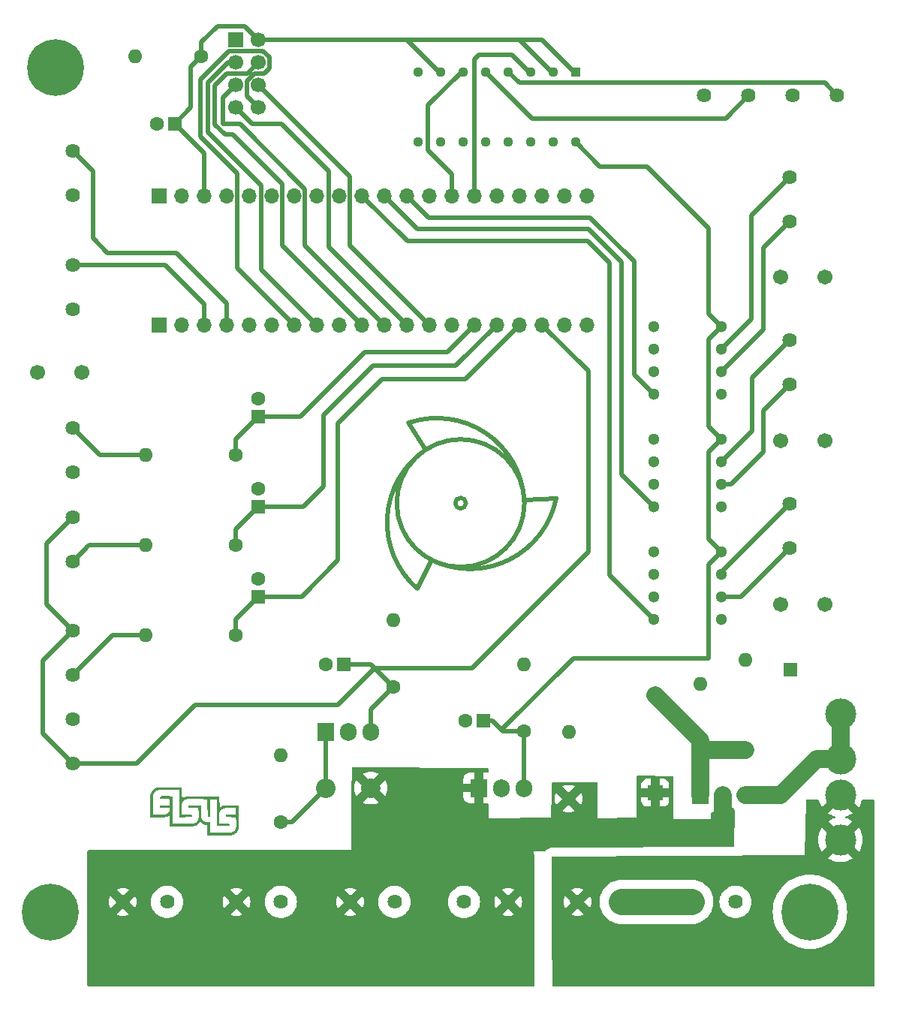
<source format=gbr>
%TF.GenerationSoftware,KiCad,Pcbnew,7.0.9*%
%TF.CreationDate,2024-02-26T13:17:10+02:00*%
%TF.ProjectId,kikad_project,6b696b61-645f-4707-926f-6a6563742e6b,rev?*%
%TF.SameCoordinates,Original*%
%TF.FileFunction,Copper,L1,Top*%
%TF.FilePolarity,Positive*%
%FSLAX46Y46*%
G04 Gerber Fmt 4.6, Leading zero omitted, Abs format (unit mm)*
G04 Created by KiCad (PCBNEW 7.0.9) date 2024-02-26 13:17:10*
%MOMM*%
%LPD*%
G01*
G04 APERTURE LIST*
%TA.AperFunction,EtchedComponent*%
%ADD10C,0.480000*%
%TD*%
%TA.AperFunction,ComponentPad*%
%ADD11C,1.625600*%
%TD*%
%TA.AperFunction,ComponentPad*%
%ADD12C,1.300000*%
%TD*%
%TA.AperFunction,ComponentPad*%
%ADD13R,1.651000X1.651000*%
%TD*%
%TA.AperFunction,ComponentPad*%
%ADD14C,1.651000*%
%TD*%
%TA.AperFunction,ComponentPad*%
%ADD15R,1.905000X2.000000*%
%TD*%
%TA.AperFunction,ComponentPad*%
%ADD16O,1.905000X2.000000*%
%TD*%
%TA.AperFunction,ComponentPad*%
%ADD17C,1.600000*%
%TD*%
%TA.AperFunction,ComponentPad*%
%ADD18O,1.600000X1.600000*%
%TD*%
%TA.AperFunction,ComponentPad*%
%ADD19C,1.701800*%
%TD*%
%TA.AperFunction,ComponentPad*%
%ADD20C,1.650000*%
%TD*%
%TA.AperFunction,ComponentPad*%
%ADD21R,1.650000X1.650000*%
%TD*%
%TA.AperFunction,ComponentPad*%
%ADD22R,1.600000X1.600000*%
%TD*%
%TA.AperFunction,ComponentPad*%
%ADD23C,6.400000*%
%TD*%
%TA.AperFunction,ComponentPad*%
%ADD24C,2.200000*%
%TD*%
%TA.AperFunction,ComponentPad*%
%ADD25O,2.200000X2.200000*%
%TD*%
%TA.AperFunction,ComponentPad*%
%ADD26C,3.500000*%
%TD*%
%TA.AperFunction,ComponentPad*%
%ADD27R,1.130000X1.130000*%
%TD*%
%TA.AperFunction,ComponentPad*%
%ADD28C,1.130000*%
%TD*%
%TA.AperFunction,ComponentPad*%
%ADD29O,1.700000X1.700000*%
%TD*%
%TA.AperFunction,ComponentPad*%
%ADD30R,1.700000X1.700000*%
%TD*%
%TA.AperFunction,ComponentPad*%
%ADD31C,1.700000*%
%TD*%
%TA.AperFunction,Conductor*%
%ADD32C,0.500000*%
%TD*%
%TA.AperFunction,Conductor*%
%ADD33C,2.000000*%
%TD*%
%TA.AperFunction,Conductor*%
%ADD34C,0.250000*%
%TD*%
%TA.AperFunction,Conductor*%
%ADD35C,3.000000*%
%TD*%
G04 APERTURE END LIST*
%TA.AperFunction,EtchedComponent*%
%TO.C,REF\u002A\u002A*%
G36*
X21603851Y-87543068D02*
G01*
X21676279Y-87542906D01*
X21730157Y-87543149D01*
X21771006Y-87543692D01*
X21801080Y-87544886D01*
X21812783Y-87545837D01*
X21822637Y-87547084D01*
X21830927Y-87548669D01*
X21837933Y-87550637D01*
X21843938Y-87553032D01*
X21849224Y-87555897D01*
X21854073Y-87559278D01*
X21858766Y-87563218D01*
X21868816Y-87572950D01*
X21870927Y-87602196D01*
X21872472Y-87631481D01*
X21873546Y-87660790D01*
X21874248Y-87690107D01*
X21875847Y-87765546D01*
X21877187Y-87847559D01*
X21878853Y-87931087D01*
X21883698Y-88196375D01*
X21887161Y-88375744D01*
X21895274Y-88816492D01*
X21938062Y-88784556D01*
X21997800Y-88742078D01*
X22055471Y-88700220D01*
X22098545Y-88678066D01*
X22141559Y-88658513D01*
X22184566Y-88641403D01*
X22227622Y-88626576D01*
X22270782Y-88613877D01*
X22314099Y-88603145D01*
X22357630Y-88594225D01*
X22401429Y-88586957D01*
X22445551Y-88581184D01*
X22490050Y-88576747D01*
X22534982Y-88573490D01*
X22580401Y-88571253D01*
X22672922Y-88569210D01*
X22768050Y-88569356D01*
X22877649Y-88569321D01*
X23025219Y-88569603D01*
X23172788Y-88570319D01*
X23482117Y-88570956D01*
X24066809Y-88572650D01*
X24732911Y-88574372D01*
X26102149Y-88578367D01*
X26128607Y-89848367D01*
X26366732Y-89689617D01*
X26413279Y-89670338D01*
X26459500Y-89653466D01*
X26505475Y-89638844D01*
X26551285Y-89626312D01*
X26597010Y-89615712D01*
X26642730Y-89606884D01*
X26688527Y-89599671D01*
X26734480Y-89593913D01*
X26780669Y-89589452D01*
X26827176Y-89586129D01*
X26921463Y-89582262D01*
X27017985Y-89581042D01*
X27117384Y-89581200D01*
X27219807Y-89581313D01*
X27487699Y-89581967D01*
X27761737Y-89582492D01*
X28298190Y-89583784D01*
X28303673Y-90562229D01*
X28306174Y-91016623D01*
X28307533Y-91236123D01*
X28308232Y-91455628D01*
X28308664Y-91539122D01*
X28309380Y-91622614D01*
X28309026Y-91774798D01*
X28306906Y-91848524D01*
X28303022Y-91920769D01*
X28297026Y-91991604D01*
X28288567Y-92061101D01*
X28277296Y-92129333D01*
X28262863Y-92196371D01*
X28244916Y-92262287D01*
X28223107Y-92327153D01*
X28197086Y-92391040D01*
X28166502Y-92454022D01*
X28131006Y-92516169D01*
X28090247Y-92577553D01*
X28043876Y-92638247D01*
X27991542Y-92698322D01*
X27958843Y-92727510D01*
X27924993Y-92755624D01*
X27890050Y-92782551D01*
X27854070Y-92808179D01*
X27817108Y-92832396D01*
X27779221Y-92855090D01*
X27740464Y-92876149D01*
X27700895Y-92895462D01*
X27660568Y-92912915D01*
X27619540Y-92928398D01*
X27577868Y-92941798D01*
X27535607Y-92953002D01*
X27492813Y-92961900D01*
X27449542Y-92968379D01*
X27405851Y-92972327D01*
X27361795Y-92973632D01*
X27291868Y-92973742D01*
X27215802Y-92973454D01*
X27135208Y-92973465D01*
X26871507Y-92973034D01*
X26688662Y-92972921D01*
X26207412Y-92972267D01*
X25716333Y-92971742D01*
X24752774Y-92970450D01*
X24726315Y-91832742D01*
X24435274Y-91779825D01*
X24399791Y-91765333D01*
X24365244Y-91749913D01*
X24331597Y-91733565D01*
X24298813Y-91716286D01*
X24266853Y-91698076D01*
X24235680Y-91678933D01*
X24205257Y-91658856D01*
X24175547Y-91637843D01*
X24146511Y-91615892D01*
X24118114Y-91593002D01*
X24090316Y-91569172D01*
X24063082Y-91544401D01*
X24036373Y-91518686D01*
X24010151Y-91492026D01*
X23984381Y-91464420D01*
X23959024Y-91435867D01*
X23917683Y-91490437D01*
X23875606Y-91539625D01*
X23833184Y-91586078D01*
X23790255Y-91629825D01*
X23746658Y-91670892D01*
X23702229Y-91709310D01*
X23656807Y-91745105D01*
X23610231Y-91778306D01*
X23562338Y-91808941D01*
X23512966Y-91837038D01*
X23461954Y-91862626D01*
X23409139Y-91885733D01*
X23354360Y-91906387D01*
X23297454Y-91924615D01*
X23238259Y-91940447D01*
X23176614Y-91953910D01*
X23112357Y-91965033D01*
X23078826Y-91967185D01*
X23045334Y-91968813D01*
X23011866Y-91969979D01*
X22978404Y-91970745D01*
X22911436Y-91971324D01*
X22844299Y-91971041D01*
X22767545Y-91971064D01*
X22519318Y-91970201D01*
X22346051Y-91969974D01*
X21892212Y-91968667D01*
X21346501Y-91967479D01*
X20519440Y-91965033D01*
X20492982Y-90695033D01*
X20228399Y-90853783D01*
X20189592Y-90869898D01*
X20151049Y-90883955D01*
X20112705Y-90896092D01*
X20074493Y-90906444D01*
X20036349Y-90915147D01*
X19998206Y-90922337D01*
X19959999Y-90928150D01*
X19921661Y-90932721D01*
X19883128Y-90936187D01*
X19844333Y-90938683D01*
X19765695Y-90941311D01*
X19685223Y-90941691D01*
X19602391Y-90940910D01*
X19491296Y-90940570D01*
X19346258Y-90939807D01*
X19201223Y-90938609D01*
X18904294Y-90937034D01*
X18323399Y-90933158D01*
X18317916Y-89954713D01*
X18315415Y-89500320D01*
X18314056Y-89280818D01*
X18313358Y-89061314D01*
X18312926Y-88977820D01*
X18312209Y-88894328D01*
X18310621Y-88709124D01*
X18310700Y-88671912D01*
X18637884Y-88671912D01*
X18638315Y-88887082D01*
X18638429Y-89036229D01*
X18639082Y-89428875D01*
X18639607Y-89829505D01*
X18640899Y-90615659D01*
X18921881Y-90619961D01*
X19202880Y-90622926D01*
X19298342Y-90624099D01*
X19393799Y-90625639D01*
X19531525Y-90627496D01*
X19669260Y-90628578D01*
X19754564Y-90630647D01*
X19794933Y-90630062D01*
X19834344Y-90628230D01*
X19872845Y-90625080D01*
X19910481Y-90620540D01*
X19947300Y-90614541D01*
X19983348Y-90607010D01*
X20018671Y-90597878D01*
X20053316Y-90587072D01*
X20087328Y-90574522D01*
X20120756Y-90560158D01*
X20153644Y-90543907D01*
X20186040Y-90525700D01*
X20217991Y-90505465D01*
X20249541Y-90483131D01*
X20280739Y-90458627D01*
X20311630Y-90431883D01*
X20339431Y-90401832D01*
X20364973Y-90371925D01*
X20388315Y-90342042D01*
X20409519Y-90312063D01*
X20428646Y-90281869D01*
X20445757Y-90251339D01*
X20460914Y-90220355D01*
X20474176Y-90188796D01*
X20485607Y-90156543D01*
X20495265Y-90123476D01*
X20503214Y-90089476D01*
X20509513Y-90054422D01*
X20514224Y-90018196D01*
X20517409Y-89980677D01*
X20519127Y-89941746D01*
X20519440Y-89901283D01*
X20420700Y-89900114D01*
X20239783Y-89897478D01*
X20058874Y-89894340D01*
X19980496Y-89893123D01*
X19902114Y-89892117D01*
X19789611Y-89890466D01*
X19677115Y-89888364D01*
X19606038Y-89887852D01*
X19540237Y-89886265D01*
X19482195Y-89885375D01*
X19473813Y-89883498D01*
X19466398Y-89881738D01*
X19459803Y-89879961D01*
X19456767Y-89879025D01*
X19453881Y-89878036D01*
X19451126Y-89876977D01*
X19448484Y-89875831D01*
X19445937Y-89874583D01*
X19443466Y-89873215D01*
X19441053Y-89871712D01*
X19438680Y-89870056D01*
X19436327Y-89868232D01*
X19433978Y-89866222D01*
X19431612Y-89864011D01*
X19429212Y-89861582D01*
X19426760Y-89858918D01*
X19424237Y-89856003D01*
X19418905Y-89849354D01*
X19413068Y-89841504D01*
X19406579Y-89832320D01*
X19399292Y-89821671D01*
X19381732Y-89795450D01*
X19386528Y-89755721D01*
X19390604Y-89725394D01*
X19392565Y-89713175D01*
X19394579Y-89702609D01*
X19396722Y-89693463D01*
X19399073Y-89685505D01*
X19401709Y-89678503D01*
X19404707Y-89672223D01*
X19408146Y-89666433D01*
X19412101Y-89660902D01*
X19416652Y-89655395D01*
X19421875Y-89649681D01*
X19434649Y-89636700D01*
X19494654Y-89633814D01*
X19554565Y-89631487D01*
X19614489Y-89629674D01*
X19674531Y-89628329D01*
X19747381Y-89626662D01*
X19978698Y-89621817D01*
X20135123Y-89618355D01*
X20519440Y-89610242D01*
X20519440Y-88895867D01*
X20296508Y-88891009D01*
X20082936Y-88886016D01*
X19934418Y-88882709D01*
X19721040Y-88877780D01*
X19653884Y-88876440D01*
X19621528Y-88875504D01*
X19590209Y-88874194D01*
X19559643Y-88872234D01*
X19529546Y-88869345D01*
X19514585Y-88867466D01*
X19499636Y-88865250D01*
X19484662Y-88862663D01*
X19469629Y-88859671D01*
X19454500Y-88856238D01*
X19439241Y-88852330D01*
X19423817Y-88847913D01*
X19408191Y-88842950D01*
X19402170Y-88818223D01*
X19397545Y-88798612D01*
X19394005Y-88782256D01*
X19391241Y-88767296D01*
X19388941Y-88751871D01*
X19386797Y-88734120D01*
X19381732Y-88684200D01*
X19414784Y-88653666D01*
X19449406Y-88626441D01*
X19485522Y-88602371D01*
X19523054Y-88581299D01*
X19561926Y-88563071D01*
X19602061Y-88547531D01*
X19643382Y-88534524D01*
X19685812Y-88523895D01*
X19729274Y-88515489D01*
X19773691Y-88509149D01*
X19865085Y-88502051D01*
X19959377Y-88501358D01*
X20055952Y-88505827D01*
X20154195Y-88514217D01*
X20253492Y-88525285D01*
X20452784Y-88550487D01*
X20551550Y-88562136D01*
X20648907Y-88571494D01*
X20744243Y-88577318D01*
X20836941Y-88578367D01*
X20836941Y-91647533D01*
X21969688Y-91654148D01*
X22325822Y-91657068D01*
X22538659Y-91657635D01*
X22609120Y-91658028D01*
X22679578Y-91658707D01*
X22834473Y-91660575D01*
X22898684Y-91660485D01*
X22955765Y-91659296D01*
X23006987Y-91656696D01*
X23053621Y-91652374D01*
X23096939Y-91646017D01*
X23138211Y-91637313D01*
X23178708Y-91625952D01*
X23219702Y-91611620D01*
X23262463Y-91594006D01*
X23308263Y-91572798D01*
X23358372Y-91547684D01*
X23414061Y-91518353D01*
X23547266Y-91445789D01*
X23571937Y-91419920D01*
X23595046Y-91392735D01*
X23616604Y-91364333D01*
X23636617Y-91334810D01*
X23655095Y-91304263D01*
X23672046Y-91272791D01*
X23687477Y-91240489D01*
X23701397Y-91207457D01*
X23713815Y-91173790D01*
X23724739Y-91139587D01*
X23734178Y-91104944D01*
X23742138Y-91069959D01*
X23748630Y-91034730D01*
X23753660Y-90999353D01*
X23757238Y-90963926D01*
X23759372Y-90928547D01*
X23759252Y-90892645D01*
X23758931Y-90856744D01*
X23758411Y-90820845D01*
X23757692Y-90784951D01*
X23757369Y-90716408D01*
X23755980Y-90591616D01*
X23753972Y-90466830D01*
X23747357Y-89901283D01*
X22609649Y-89874825D01*
X22609649Y-89636700D01*
X24064857Y-89610242D01*
X24052939Y-90491984D01*
X24051938Y-90659273D01*
X24049887Y-90745192D01*
X24050404Y-90785077D01*
X24052061Y-90824169D01*
X24054944Y-90862492D01*
X24059142Y-90900069D01*
X24064743Y-90936922D01*
X24071835Y-90973074D01*
X24080506Y-91008550D01*
X24090843Y-91043372D01*
X24102934Y-91077564D01*
X24116868Y-91111148D01*
X24132732Y-91144148D01*
X24150615Y-91176587D01*
X24170603Y-91208487D01*
X24192786Y-91239874D01*
X24217251Y-91270768D01*
X24244085Y-91301194D01*
X24267572Y-91322094D01*
X24290965Y-91341595D01*
X24314291Y-91359745D01*
X24337572Y-91376591D01*
X24360833Y-91392183D01*
X24384098Y-91406568D01*
X24407392Y-91419795D01*
X24430740Y-91431912D01*
X24454165Y-91442967D01*
X24477691Y-91453009D01*
X24525147Y-91470246D01*
X24573302Y-91484008D01*
X24622350Y-91494683D01*
X24672487Y-91502655D01*
X24723907Y-91508311D01*
X24776805Y-91512038D01*
X24831375Y-91514221D01*
X24946312Y-91515501D01*
X25070274Y-91515242D01*
X25070274Y-92652950D01*
X25905106Y-92658118D01*
X26416180Y-92660934D01*
X26622300Y-92662293D01*
X26828423Y-92662991D01*
X26906887Y-92663424D01*
X26985349Y-92664140D01*
X27095623Y-92664861D01*
X27205899Y-92664965D01*
X27270779Y-92666118D01*
X27304431Y-92665242D01*
X27337376Y-92663105D01*
X27369659Y-92659714D01*
X27401326Y-92655075D01*
X27432421Y-92649196D01*
X27462990Y-92642084D01*
X27493079Y-92633745D01*
X27522731Y-92624186D01*
X27551994Y-92613415D01*
X27580911Y-92601438D01*
X27609528Y-92588261D01*
X27637890Y-92573893D01*
X27666043Y-92558340D01*
X27694032Y-92541609D01*
X27721901Y-92523706D01*
X27749697Y-92504639D01*
X27790521Y-92462781D01*
X27832379Y-92421956D01*
X27855908Y-92387222D01*
X27877192Y-92352734D01*
X27896324Y-92318392D01*
X27913396Y-92284098D01*
X27928499Y-92249752D01*
X27941726Y-92215254D01*
X27953168Y-92180505D01*
X27962918Y-92145406D01*
X27971067Y-92109858D01*
X27977708Y-92073760D01*
X27982933Y-92037014D01*
X27986832Y-91999520D01*
X27989499Y-91961179D01*
X27991026Y-91921892D01*
X27991504Y-91881559D01*
X27991025Y-91840080D01*
X27990572Y-91761018D01*
X27989225Y-91637300D01*
X27987305Y-91513588D01*
X27985858Y-91344761D01*
X27983658Y-91138955D01*
X27980690Y-90933158D01*
X27884798Y-90931989D01*
X27708836Y-90929352D01*
X27532882Y-90926215D01*
X27456699Y-90924998D01*
X27380513Y-90923993D01*
X27271063Y-90922339D01*
X27161618Y-90920239D01*
X27092710Y-90919727D01*
X27028520Y-90918140D01*
X26972080Y-90917250D01*
X26960316Y-90914543D01*
X26949426Y-90911592D01*
X26939327Y-90908366D01*
X26929938Y-90904832D01*
X26921178Y-90900962D01*
X26912965Y-90896724D01*
X26905217Y-90892087D01*
X26897853Y-90887020D01*
X26890792Y-90881493D01*
X26883951Y-90875474D01*
X26877250Y-90868934D01*
X26870607Y-90861841D01*
X26863940Y-90854164D01*
X26857168Y-90845873D01*
X26850209Y-90836937D01*
X26842982Y-90827325D01*
X26844662Y-90799885D01*
X26846186Y-90778336D01*
X26847865Y-90760818D01*
X26848860Y-90752989D01*
X26850010Y-90745470D01*
X26851353Y-90738028D01*
X26852930Y-90730432D01*
X26856934Y-90713844D01*
X26862335Y-90693845D01*
X26869440Y-90668575D01*
X26886350Y-90660835D01*
X26903524Y-90654317D01*
X26920939Y-90648917D01*
X26938572Y-90644534D01*
X26956402Y-90641064D01*
X26974405Y-90638404D01*
X26992559Y-90636451D01*
X27010842Y-90635104D01*
X27029232Y-90634258D01*
X27047704Y-90633811D01*
X27084810Y-90633702D01*
X27121981Y-90633954D01*
X27159035Y-90633745D01*
X27229992Y-90632079D01*
X27454831Y-90627234D01*
X27607070Y-90623772D01*
X27980690Y-90615659D01*
X27980690Y-89901283D01*
X27717384Y-89897937D01*
X27454075Y-89895470D01*
X27364660Y-89894532D01*
X27275249Y-89893299D01*
X27146090Y-89891812D01*
X27016925Y-89890948D01*
X26937296Y-89889293D01*
X26896766Y-89889810D01*
X26856334Y-89891430D01*
X26816051Y-89894219D01*
X26775971Y-89898242D01*
X26736149Y-89903564D01*
X26696637Y-89910252D01*
X26657489Y-89918371D01*
X26618759Y-89927987D01*
X26580499Y-89939164D01*
X26542763Y-89951969D01*
X26505605Y-89966467D01*
X26469078Y-89982724D01*
X26433236Y-90000804D01*
X26398132Y-90020775D01*
X26363819Y-90042701D01*
X26330352Y-90066648D01*
X26305707Y-90093007D01*
X26281992Y-90119581D01*
X26259300Y-90146436D01*
X26237721Y-90173638D01*
X26217349Y-90201254D01*
X26198274Y-90229349D01*
X26180590Y-90257989D01*
X26164387Y-90287241D01*
X26149758Y-90317170D01*
X26136794Y-90347842D01*
X26125589Y-90379324D01*
X26116233Y-90411682D01*
X26108818Y-90444980D01*
X26103438Y-90479287D01*
X26100183Y-90514666D01*
X26099381Y-90532780D01*
X26099145Y-90551186D01*
X26099151Y-90625007D01*
X26099565Y-90704439D01*
X26099678Y-90785960D01*
X26100495Y-91043953D01*
X26100856Y-91218774D01*
X26102149Y-91647533D01*
X26198040Y-91648703D01*
X26374003Y-91651340D01*
X26549957Y-91654477D01*
X26626140Y-91655694D01*
X26702325Y-91656700D01*
X26811776Y-91658353D01*
X26921220Y-91660453D01*
X26990129Y-91660965D01*
X27054319Y-91662552D01*
X27110759Y-91663442D01*
X27122462Y-91666143D01*
X27133305Y-91669105D01*
X27143368Y-91672355D01*
X27152731Y-91675920D01*
X27161476Y-91679828D01*
X27169682Y-91684108D01*
X27177431Y-91688785D01*
X27184802Y-91693889D01*
X27191877Y-91699447D01*
X27198735Y-91705485D01*
X27205458Y-91712033D01*
X27212126Y-91719116D01*
X27218819Y-91726764D01*
X27225618Y-91735003D01*
X27232604Y-91743862D01*
X27239857Y-91753367D01*
X27236098Y-91792059D01*
X27232764Y-91821645D01*
X27231062Y-91833605D01*
X27229233Y-91843985D01*
X27227201Y-91853020D01*
X27224887Y-91860941D01*
X27222214Y-91867980D01*
X27219105Y-91874371D01*
X27215481Y-91880346D01*
X27211266Y-91886137D01*
X27206382Y-91891977D01*
X27200752Y-91898099D01*
X27186940Y-91912117D01*
X25784649Y-91938575D01*
X25784649Y-88895867D01*
X25070274Y-88895867D01*
X25068685Y-89074758D01*
X25062666Y-89658967D01*
X25059111Y-90013279D01*
X25055508Y-90355012D01*
X25054310Y-90485591D01*
X25053432Y-90576820D01*
X25052252Y-90668045D01*
X25051183Y-90773090D01*
X25048648Y-90799828D01*
X25047418Y-90810850D01*
X25046097Y-90820568D01*
X25044595Y-90829177D01*
X25042823Y-90836873D01*
X25040695Y-90843853D01*
X25038122Y-90850311D01*
X25035014Y-90856444D01*
X25031285Y-90862447D01*
X25026845Y-90868516D01*
X25021606Y-90874847D01*
X25015481Y-90881635D01*
X25008380Y-90889076D01*
X24990899Y-90906700D01*
X24934054Y-90900706D01*
X24913694Y-90898328D01*
X24895814Y-90895951D01*
X24878244Y-90893264D01*
X24858814Y-90889957D01*
X24805690Y-90880242D01*
X24800279Y-90863156D01*
X24795542Y-90846443D01*
X24791433Y-90830040D01*
X24787905Y-90813887D01*
X24784911Y-90797921D01*
X24782403Y-90782080D01*
X24780336Y-90766303D01*
X24778662Y-90750528D01*
X24776306Y-90718736D01*
X24774961Y-90686211D01*
X24773800Y-90616983D01*
X24773006Y-90560643D01*
X24770861Y-90376397D01*
X24769194Y-90248605D01*
X24765150Y-89912331D01*
X24760887Y-89569159D01*
X24752774Y-88895867D01*
X23844032Y-88890383D01*
X23422022Y-88887883D01*
X23218218Y-88886524D01*
X23014411Y-88885826D01*
X22936833Y-88885393D01*
X22859257Y-88884677D01*
X22750219Y-88883956D01*
X22641178Y-88883852D01*
X22577048Y-88882699D01*
X22538353Y-88883846D01*
X22500008Y-88886723D01*
X22462064Y-88891329D01*
X22424569Y-88897661D01*
X22387573Y-88905717D01*
X22351124Y-88915496D01*
X22315272Y-88926994D01*
X22280065Y-88940211D01*
X22245554Y-88955143D01*
X22211787Y-88971789D01*
X22178813Y-88990146D01*
X22146682Y-89010213D01*
X22115442Y-89031988D01*
X22085144Y-89055467D01*
X22055835Y-89080650D01*
X22027565Y-89107534D01*
X21998769Y-89147110D01*
X21972872Y-89186755D01*
X21949736Y-89226540D01*
X21929222Y-89266537D01*
X21911192Y-89306816D01*
X21895507Y-89347448D01*
X21882029Y-89388505D01*
X21870620Y-89430057D01*
X21861140Y-89472175D01*
X21853452Y-89514932D01*
X21847417Y-89558396D01*
X21842897Y-89602641D01*
X21839752Y-89647736D01*
X21837845Y-89693753D01*
X21837037Y-89740762D01*
X21837190Y-89788836D01*
X21837416Y-89860892D01*
X21839050Y-90086492D01*
X21839773Y-90240384D01*
X21842357Y-90615659D01*
X21938249Y-90617248D01*
X22290166Y-90624056D01*
X22442534Y-90626821D01*
X22551984Y-90628844D01*
X22661428Y-90631161D01*
X22730338Y-90632088D01*
X22794528Y-90633681D01*
X22850967Y-90634749D01*
X22867534Y-90637284D01*
X22874543Y-90638514D01*
X22880953Y-90639835D01*
X22886955Y-90641338D01*
X22892737Y-90643109D01*
X22898488Y-90645237D01*
X22904397Y-90647810D01*
X22910654Y-90650918D01*
X22917447Y-90654647D01*
X22924966Y-90659087D01*
X22933400Y-90664326D01*
X22942938Y-90670452D01*
X22953768Y-90677552D01*
X22980066Y-90695033D01*
X22987714Y-90711518D01*
X22990821Y-90718404D01*
X22993501Y-90724592D01*
X22995795Y-90730238D01*
X22997739Y-90735496D01*
X22999373Y-90740522D01*
X23000736Y-90745470D01*
X23001867Y-90750495D01*
X23002803Y-90755753D01*
X23003585Y-90761399D01*
X23004250Y-90767587D01*
X23004838Y-90774473D01*
X23005387Y-90782212D01*
X23006524Y-90800867D01*
X22927149Y-90906700D01*
X21551315Y-90933158D01*
X21551315Y-87863992D01*
X20400378Y-87859031D01*
X20037868Y-87856841D01*
X19822141Y-87856416D01*
X19750453Y-87856120D01*
X19678765Y-87855612D01*
X19569756Y-87855066D01*
X19460746Y-87854981D01*
X19396954Y-87854115D01*
X19353621Y-87855335D01*
X19311177Y-87858504D01*
X19269603Y-87863614D01*
X19228881Y-87870654D01*
X19188991Y-87879614D01*
X19149913Y-87890485D01*
X19111630Y-87903257D01*
X19074121Y-87917919D01*
X19037368Y-87934463D01*
X19001352Y-87952878D01*
X18966052Y-87973155D01*
X18931452Y-87995283D01*
X18897530Y-88019253D01*
X18864268Y-88045056D01*
X18831648Y-88072680D01*
X18799649Y-88102117D01*
X18777065Y-88132639D01*
X18756496Y-88162574D01*
X18737866Y-88192077D01*
X18721102Y-88221302D01*
X18706126Y-88250401D01*
X18692864Y-88279529D01*
X18681240Y-88308839D01*
X18671179Y-88338484D01*
X18662605Y-88368620D01*
X18655443Y-88399399D01*
X18649617Y-88430975D01*
X18645052Y-88463501D01*
X18641673Y-88497132D01*
X18639404Y-88532021D01*
X18638170Y-88568322D01*
X18637895Y-88606188D01*
X18637884Y-88671912D01*
X18310700Y-88671912D01*
X18310923Y-88567109D01*
X18312211Y-88509397D01*
X18314486Y-88459001D01*
X18317920Y-88414760D01*
X18322684Y-88375514D01*
X18328948Y-88340103D01*
X18336885Y-88307367D01*
X18346667Y-88276143D01*
X18358463Y-88245274D01*
X18372447Y-88213596D01*
X18388788Y-88179952D01*
X18429232Y-88102117D01*
X18470780Y-88022329D01*
X18503505Y-87977256D01*
X18537491Y-87934314D01*
X18572765Y-87893503D01*
X18609353Y-87854828D01*
X18647281Y-87818290D01*
X18686574Y-87783891D01*
X18727258Y-87751633D01*
X18769359Y-87721520D01*
X18812904Y-87693553D01*
X18857917Y-87667734D01*
X18904425Y-87644067D01*
X18952453Y-87622552D01*
X19002028Y-87603194D01*
X19053175Y-87585993D01*
X19105921Y-87570953D01*
X19160290Y-87558075D01*
X19203467Y-87553115D01*
X19246496Y-87549368D01*
X19289440Y-87546669D01*
X19332361Y-87544851D01*
X19375322Y-87543748D01*
X19418384Y-87543194D01*
X19505065Y-87543068D01*
X19581643Y-87542928D01*
X19831214Y-87542978D01*
X20004745Y-87542901D01*
X20367777Y-87543043D01*
X20834186Y-87542948D01*
X21192142Y-87542951D01*
X21364214Y-87542886D01*
X21603851Y-87543068D01*
G37*
%TD.AperFunction*%
D10*
X47430206Y-46450000D02*
X49390058Y-49469765D01*
X48403960Y-65130787D02*
X50039227Y-61923623D01*
X64095119Y-54947098D02*
X60500000Y-55134497D01*
X60500000Y-55134497D02*
G75*
G03*
X47430206Y-46450000I-9876187J-686249D01*
G01*
X49390058Y-49469765D02*
G75*
G03*
X48403960Y-65130786I5532403J-8209904D01*
G01*
X50039228Y-61923622D02*
G75*
G03*
X64095118Y-54947098I4343784J8896152D01*
G01*
X53909762Y-55509295D02*
G75*
G03*
X53909762Y-55509295I-600000J0D01*
G01*
X60509762Y-55509295D02*
G75*
G03*
X60509762Y-55509295I-7200000J0D01*
G01*
%TD*%
D11*
%TO.P,J9,1,1*%
%TO.N,+24V*%
X28034900Y-100480001D03*
%TO.P,J9,2,2*%
%TO.N,GND*%
X33034900Y-100480001D03*
%TD*%
%TO.P,J7,1,1*%
%TO.N,Net-(IC2-V02)*%
X90420001Y-42135101D03*
%TO.P,J7,2,2*%
%TO.N,Net-(IC2-V01)*%
X90420001Y-37135101D03*
%TD*%
D12*
%TO.P,IC3,1,VF1+*%
%TO.N,WHEEL_RIGHT_PWM*%
X75090000Y-61000000D03*
%TO.P,IC3,2,VF1-*%
%TO.N,GND*%
X75090000Y-63540000D03*
%TO.P,IC3,3,VF2-*%
X75090000Y-66080000D03*
%TO.P,IC3,4,VF2+*%
%TO.N,WHEEL_RIGHT_DIR*%
X75090000Y-68620000D03*
%TO.P,IC3,5,GND*%
%TO.N,GND*%
X82710000Y-68620000D03*
%TO.P,IC3,6,V02*%
%TO.N,Net-(IC3-V02)*%
X82710000Y-66080000D03*
%TO.P,IC3,7,V01*%
%TO.N,Net-(IC3-V01)*%
X82710000Y-63540000D03*
%TO.P,IC3,8,Vcc*%
%TO.N,+5V*%
X82710000Y-61000000D03*
%TD*%
D13*
%TO.P,D1,1*%
%TO.N,+24V*%
X75260000Y-88160600D03*
D14*
%TO.P,D1,2*%
%TO.N,Net-(Q1-G)*%
X75260000Y-77162400D03*
%TD*%
D11*
%TO.P,J16,1,1*%
%TO.N,Net-(IC3-V02)*%
X90420001Y-60575101D03*
%TO.P,J16,2,2*%
%TO.N,Net-(IC3-V01)*%
X90420001Y-55575101D03*
%TD*%
%TO.P,J11,1,1*%
%TO.N,Net-(J11-Pad1)*%
X9600000Y-47060000D03*
%TO.P,J11,2,2*%
%TO.N,GND*%
X9600000Y-52060000D03*
%TO.P,J11,3,3*%
%TO.N,VCC*%
X9600000Y-57060000D03*
%TO.P,J11,4,4*%
%TO.N,Net-(J11-Pad4)*%
X9600000Y-62060001D03*
%TD*%
D15*
%TO.P,U4,1,IN*%
%TO.N,+24V*%
X55340000Y-87630000D03*
D16*
%TO.P,U4,2,GND*%
%TO.N,GND*%
X57880000Y-87630000D03*
%TO.P,U4,3,OUT*%
%TO.N,+5V*%
X60420000Y-87630000D03*
%TD*%
D17*
%TO.P,C6,1*%
%TO.N,+5V*%
X60420000Y-81220000D03*
D18*
%TO.P,C6,2*%
%TO.N,GND*%
X60420000Y-73720000D03*
%TD*%
D19*
%TO.P,J17,1,1*%
%TO.N,GND*%
X89420000Y-66890000D03*
%TO.P,J17,2,2*%
X94420000Y-66890000D03*
%TD*%
D20*
%TO.P,D3,A*%
%TO.N,Net-(Q1-S)*%
X90500000Y-87320000D03*
D21*
%TO.P,D3,C*%
%TO.N,GND*%
X90500000Y-74320000D03*
%TD*%
D17*
%TO.P,C9,1*%
%TO.N,+3.3V*%
X24070000Y-5080000D03*
D18*
%TO.P,C9,2*%
%TO.N,GND*%
X16570000Y-5080000D03*
%TD*%
D22*
%TO.P,C12,1*%
%TO.N,OPT_END_WHEEL_LEFT*%
X30480000Y-55880000D03*
D17*
%TO.P,C12,2*%
%TO.N,GND*%
X30480000Y-53880000D03*
%TD*%
D12*
%TO.P,IC1,1,VF1+*%
%TO.N,DISK_PWM*%
X75090000Y-35600000D03*
%TO.P,IC1,2,VF1-*%
%TO.N,GND*%
X75090000Y-38140000D03*
%TO.P,IC1,3,VF2-*%
X75090000Y-40680000D03*
%TO.P,IC1,4,VF2+*%
%TO.N,DISK_DIR*%
X75090000Y-43220000D03*
%TO.P,IC1,5,GND*%
%TO.N,GND*%
X82710000Y-43220000D03*
%TO.P,IC1,6,V02*%
%TO.N,Net-(IC1-V02)*%
X82710000Y-40680000D03*
%TO.P,IC1,7,V01*%
%TO.N,Net-(IC1-V01)*%
X82710000Y-38140000D03*
%TO.P,IC1,8,Vcc*%
%TO.N,+5V*%
X82710000Y-35600000D03*
%TD*%
D17*
%TO.P,C4,1*%
%TO.N,+24V*%
X65500000Y-88840000D03*
D18*
%TO.P,C4,2*%
%TO.N,GND*%
X65500000Y-81340000D03*
%TD*%
D11*
%TO.P,J10,1,1*%
%TO.N,VCC*%
X9600000Y-69870000D03*
%TO.P,J10,2,2*%
%TO.N,Net-(J10-Pad2)*%
X9600000Y-74870000D03*
%TO.P,J10,3,3*%
%TO.N,GND*%
X9600000Y-79870000D03*
%TO.P,J10,4,4*%
%TO.N,VCC*%
X9600000Y-84870001D03*
%TD*%
%TO.P,J6,1,1*%
%TO.N,+24V*%
X15214900Y-100480001D03*
%TO.P,J6,2,2*%
%TO.N,GND*%
X20214900Y-100480001D03*
%TD*%
%TO.P,J2,1,1*%
%TO.N,Net-(U12-E)*%
X95790000Y-9510000D03*
%TO.P,J2,2,2*%
%TO.N,GND*%
X90790000Y-9510000D03*
%TO.P,J2,3,3*%
%TO.N,Net-(U12-F)*%
X85790000Y-9510000D03*
%TO.P,J2,4,4*%
%TO.N,GND*%
X80789999Y-9510000D03*
%TD*%
%TO.P,J14,1,1*%
%TO.N,HAND_END_RIGHT*%
X9600000Y-28640000D03*
%TO.P,J14,2,2*%
%TO.N,GND*%
X9600000Y-33640000D03*
%TD*%
D23*
%TO.P,H2,1,1*%
%TO.N,unconnected-(H2-Pad1)*%
X7620000Y-6350000D03*
%TD*%
D17*
%TO.P,C2,1*%
%TO.N,VCC*%
X45720000Y-76200000D03*
D18*
%TO.P,C2,2*%
%TO.N,GND*%
X45720000Y-68700000D03*
%TD*%
D24*
%TO.P,L1,1,1*%
%TO.N,+24V*%
X43180000Y-87630000D03*
D25*
%TO.P,L1,2,2*%
%TO.N,Net-(U3-IN)*%
X38100000Y-87630000D03*
%TD*%
D15*
%TO.P,U3,1,IN*%
%TO.N,Net-(U3-IN)*%
X38100000Y-81280000D03*
D16*
%TO.P,U3,2,GND*%
%TO.N,GND*%
X40640000Y-81280000D03*
%TO.P,U3,3,OUT*%
%TO.N,VCC*%
X43180000Y-81280000D03*
%TD*%
D17*
%TO.P,R3,1*%
%TO.N,OPT_END_WHEEL_RIGHT*%
X27940000Y-50070000D03*
D18*
%TO.P,R3,2*%
%TO.N,Net-(J11-Pad1)*%
X17780000Y-50070000D03*
%TD*%
D11*
%TO.P,J1,1,1*%
%TO.N,Net-(J1-Pad1)*%
X79324900Y-100480001D03*
%TO.P,J1,2,2*%
%TO.N,GND*%
X84324900Y-100480001D03*
%TD*%
D17*
%TO.P,C3,1*%
%TO.N,Net-(U3-IN)*%
X33020000Y-91440000D03*
D18*
%TO.P,C3,2*%
%TO.N,GND*%
X33020000Y-83940000D03*
%TD*%
D19*
%TO.P,J8,1,1*%
%TO.N,GND*%
X89420000Y-48450000D03*
%TO.P,J8,2,2*%
X94420000Y-48450000D03*
%TD*%
D11*
%TO.P,J3,1,1*%
%TO.N,GND*%
X53684900Y-100480001D03*
%TO.P,J3,2,2*%
%TO.N,+24V*%
X58684900Y-100480001D03*
%TD*%
D22*
%TO.P,C1,1*%
%TO.N,VCC*%
X40100000Y-73660000D03*
D17*
%TO.P,C1,2*%
%TO.N,GND*%
X38100000Y-73660000D03*
%TD*%
D23*
%TO.P,H1,1,1*%
%TO.N,unconnected-(H1-Pad1)*%
X7000000Y-101600000D03*
%TD*%
D11*
%TO.P,J15,1,1*%
%TO.N,/BAT_SW*%
X66494900Y-100480001D03*
%TO.P,J15,2,2*%
%TO.N,Net-(J1-Pad1)*%
X71494900Y-100480001D03*
%TD*%
D22*
%TO.P,C11,1*%
%TO.N,OPT_END_WHEEL_RIGHT*%
X30480000Y-45720000D03*
D17*
%TO.P,C11,2*%
%TO.N,GND*%
X30480000Y-43720000D03*
%TD*%
%TO.P,R1,1*%
%TO.N,Net-(Q1-G)*%
X85420000Y-83360000D03*
D18*
%TO.P,R1,2*%
%TO.N,GND*%
X85420000Y-73200000D03*
%TD*%
D15*
%TO.P,Q1,1,G*%
%TO.N,Net-(Q1-G)*%
X80340000Y-88440000D03*
D16*
%TO.P,Q1,2,D*%
%TO.N,+24V*%
X82880000Y-88440000D03*
%TO.P,Q1,3,S*%
%TO.N,Net-(Q1-S)*%
X85420000Y-88440000D03*
%TD*%
D11*
%TO.P,J4,1,1*%
%TO.N,Net-(IC1-V02)*%
X90420001Y-23705101D03*
%TO.P,J4,2,2*%
%TO.N,Net-(IC1-V01)*%
X90420001Y-18705101D03*
%TD*%
D22*
%TO.P,C5,1*%
%TO.N,+5V*%
X55880000Y-80010000D03*
D17*
%TO.P,C5,2*%
%TO.N,GND*%
X53880000Y-80010000D03*
%TD*%
D22*
%TO.P,C8,1*%
%TO.N,+3.3V*%
X21050000Y-12700000D03*
D17*
%TO.P,C8,2*%
%TO.N,GND*%
X19050000Y-12700000D03*
%TD*%
D23*
%TO.P,H3,1,1*%
%TO.N,unconnected-(H3-Pad1)*%
X92710000Y-101600000D03*
%TD*%
D17*
%TO.P,C7,1*%
%TO.N,Net-(Q1-G)*%
X80340000Y-83360000D03*
D18*
%TO.P,C7,2*%
%TO.N,GND*%
X80340000Y-75860000D03*
%TD*%
D19*
%TO.P,J12,1,1*%
%TO.N,GND*%
X10600001Y-40749999D03*
%TO.P,J12,2,2*%
X5600001Y-40749999D03*
%TD*%
D26*
%TO.P,X1,1A*%
%TO.N,/BAT_SW*%
X96150000Y-93470000D03*
%TO.P,X1,1B*%
X96150000Y-88390000D03*
%TO.P,X1,2A*%
%TO.N,Net-(Q1-S)*%
X96150000Y-84330000D03*
%TO.P,X1,2B*%
X96150000Y-79250000D03*
%TD*%
D27*
%TO.P,U12,1,VCC*%
%TO.N,+3.3V*%
X66294000Y-6860000D03*
D28*
%TO.P,U12,2,EN_A*%
X63754000Y-6860000D03*
%TO.P,U12,3,A*%
%TO.N,HAND_PWM*%
X61214000Y-6860000D03*
%TO.P,U12,4,E*%
%TO.N,Net-(U12-E)*%
X58674000Y-6860000D03*
%TO.P,U12,5,F*%
%TO.N,Net-(U12-F)*%
X56134000Y-6860000D03*
%TO.P,U12,6,B*%
%TO.N,HAND_DIR*%
X53594000Y-6860000D03*
%TO.P,U12,7,EN_B*%
%TO.N,+3.3V*%
X51054000Y-6860000D03*
%TO.P,U12,8,VSS*%
%TO.N,GND*%
X48514000Y-6860000D03*
%TO.P,U12,9,EN_C*%
%TO.N,unconnected-(U12-EN_C-Pad9)*%
X48514000Y-14800000D03*
%TO.P,U12,10,C*%
%TO.N,unconnected-(U12-C-Pad10)*%
X51054000Y-14800000D03*
%TO.P,U12,11,G*%
%TO.N,unconnected-(U12-G-Pad11)*%
X53594000Y-14800000D03*
%TO.P,U12,12*%
%TO.N,N/C*%
X56134000Y-14800000D03*
%TO.P,U12,13,H*%
%TO.N,unconnected-(U12-H-Pad13)*%
X58674000Y-14800000D03*
%TO.P,U12,14,D*%
%TO.N,unconnected-(U12-D-Pad14)*%
X61214000Y-14800000D03*
%TO.P,U12,15,EN_D*%
%TO.N,unconnected-(U12-EN_D-Pad15)*%
X63754000Y-14800000D03*
%TO.P,U12,16,VDD*%
%TO.N,+5V*%
X66294000Y-14800000D03*
%TD*%
D19*
%TO.P,J5,1,1*%
%TO.N,GND*%
X89420000Y-30010000D03*
%TO.P,J5,2,2*%
X94420000Y-30010000D03*
%TD*%
D11*
%TO.P,J13,1,1*%
%TO.N,HAND_END_LEFT*%
X9600000Y-15820000D03*
%TO.P,J13,2,2*%
%TO.N,GND*%
X9600000Y-20820000D03*
%TD*%
D29*
%TO.P,U2,1,VBAT*%
%TO.N,unconnected-(U2-VBAT-Pad1)*%
X67564000Y-20828000D03*
%TO.P,U2,2,PC13*%
%TO.N,unconnected-(U2-PC13-Pad2)*%
X65024000Y-20828000D03*
%TO.P,U2,3,PC14*%
%TO.N,unconnected-(U2-PC14-Pad3)*%
X62484000Y-20828000D03*
%TO.P,U2,4,PC15*%
%TO.N,unconnected-(U2-PC15-Pad4)*%
X59944000Y-20828000D03*
%TO.P,U2,5,3V3*%
%TO.N,+3.3V*%
X67564000Y-35403000D03*
%TO.P,U2,6,3V3*%
X24384000Y-20828000D03*
%TO.P,U2,7,NRST*%
%TO.N,unconnected-(U2-NRST-Pad7)*%
X26924000Y-20828000D03*
%TO.P,U2,8,5V*%
%TO.N,VCC*%
X62484000Y-35403000D03*
%TO.P,U2,9,GND*%
%TO.N,GND*%
X65024000Y-35403000D03*
%TO.P,U2,10,PA0*%
%TO.N,unconnected-(U2-PA0-Pad10)*%
X57404000Y-20828000D03*
%TO.P,U2,11,PA1*%
%TO.N,HAND_PWM*%
X54864000Y-20828000D03*
%TO.P,U2,12,PA2*%
%TO.N,HAND_DIR*%
X52324000Y-20828000D03*
%TO.P,U2,13,PA3*%
%TO.N,unconnected-(U2-PA3-Pad13)*%
X49784000Y-20828000D03*
%TO.P,U2,14,PA4*%
%TO.N,DISK_DIR*%
X47244000Y-20828000D03*
%TO.P,U2,15,PA5*%
%TO.N,WHEEL_LEFT_DIR*%
X44704000Y-20828000D03*
%TO.P,U2,16,PA6*%
%TO.N,WHEEL_RIGHT_DIR*%
X42164000Y-20828000D03*
%TO.P,U2,17,PA7*%
%TO.N,DISK_PWM*%
X39624000Y-20828000D03*
%TO.P,U2,18,PB0*%
%TO.N,WHEEL_LEFT_PWM*%
X37084000Y-20828000D03*
%TO.P,U2,19,PB1*%
%TO.N,WHEEL_RIGHT_PWM*%
X34544000Y-20828000D03*
%TO.P,U2,20,GND*%
%TO.N,GND*%
X21844000Y-20828000D03*
%TO.P,U2,21,PB10*%
%TO.N,unconnected-(U2-PB10-Pad21)*%
X32004000Y-20828000D03*
%TO.P,U2,22,PB11*%
%TO.N,unconnected-(U2-PB11-Pad22)*%
X29464000Y-20828000D03*
D30*
%TO.P,U2,23,GND*%
%TO.N,GND*%
X19304000Y-20828000D03*
%TO.P,U2,25,PB12*%
%TO.N,unconnected-(U2-PB12-Pad25)*%
X19304000Y-35403000D03*
D29*
%TO.P,U2,26,PB13*%
%TO.N,unconnected-(U2-PB13-Pad26)*%
X21844000Y-35403000D03*
%TO.P,U2,27,PB14*%
%TO.N,HAND_END_RIGHT*%
X24384000Y-35403000D03*
%TO.P,U2,28,PB15*%
%TO.N,HAND_END_LEFT*%
X26924000Y-35403000D03*
%TO.P,U2,29,PA8*%
%TO.N,unconnected-(U2-PA8-Pad29)*%
X29464000Y-35403000D03*
%TO.P,U2,30,PA9*%
%TO.N,unconnected-(U2-PA9-Pad30)*%
X32004000Y-35403000D03*
%TO.P,U2,31,PA10*%
%TO.N,NRF24L01_IRQ*%
X34544000Y-35403000D03*
%TO.P,U2,32,PA11*%
%TO.N,NRF24L01_CE*%
X37084000Y-35403000D03*
%TO.P,U2,33,PA12*%
%TO.N,unconnected-(U2-PA12-Pad33)*%
X39624000Y-35403000D03*
%TO.P,U2,38,PA15*%
%TO.N,NRF24L01_CSN*%
X42164000Y-35403000D03*
%TO.P,U2,39,PB3*%
%TO.N,PB3*%
X44704000Y-35403000D03*
%TO.P,U2,40,PB4*%
%TO.N,PB4*%
X47244000Y-35403000D03*
%TO.P,U2,41,PB5*%
%TO.N,PB5*%
X49784000Y-35403000D03*
%TO.P,U2,42,PB6*%
%TO.N,unconnected-(U2-PB6-Pad42)*%
X52324000Y-35403000D03*
%TO.P,U2,43,PB7*%
%TO.N,OPT_END_WHEEL_RIGHT*%
X54864000Y-35403000D03*
%TO.P,U2,45,PB8*%
%TO.N,OPT_END_WHEEL_LEFT*%
X57404000Y-35403000D03*
%TO.P,U2,46,PB9*%
%TO.N,OPT_END_DISK*%
X59944000Y-35403000D03*
%TD*%
D12*
%TO.P,IC2,1,VF1+*%
%TO.N,WHEEL_LEFT_PWM*%
X75090000Y-48300000D03*
%TO.P,IC2,2,VF1-*%
%TO.N,GND*%
X75090000Y-50840000D03*
%TO.P,IC2,3,VF2-*%
X75090000Y-53380000D03*
%TO.P,IC2,4,VF2+*%
%TO.N,WHEEL_LEFT_DIR*%
X75090000Y-55920000D03*
%TO.P,IC2,5,GND*%
%TO.N,GND*%
X82710000Y-55920000D03*
%TO.P,IC2,6,V02*%
%TO.N,Net-(IC2-V02)*%
X82710000Y-53380000D03*
%TO.P,IC2,7,V01*%
%TO.N,Net-(IC2-V01)*%
X82710000Y-50840000D03*
%TO.P,IC2,8,Vcc*%
%TO.N,+5V*%
X82710000Y-48300000D03*
%TD*%
D11*
%TO.P,J18,1,1*%
%TO.N,+24V*%
X40854900Y-100480001D03*
%TO.P,J18,2,2*%
%TO.N,GND*%
X45854900Y-100480001D03*
%TD*%
D17*
%TO.P,R2,1*%
%TO.N,OPT_END_DISK*%
X27940000Y-70390000D03*
D18*
%TO.P,R2,2*%
%TO.N,Net-(J10-Pad2)*%
X17780000Y-70390000D03*
%TD*%
D22*
%TO.P,C10,1*%
%TO.N,OPT_END_DISK*%
X30480000Y-66040000D03*
D17*
%TO.P,C10,2*%
%TO.N,GND*%
X30480000Y-64040000D03*
%TD*%
D30*
%TO.P,U1,1,GND*%
%TO.N,GND*%
X27940000Y-3265000D03*
D31*
%TO.P,U1,2,VCC*%
%TO.N,+3.3V*%
X30480000Y-3265000D03*
%TO.P,U1,3,CE*%
%TO.N,NRF24L01_CE*%
X27940000Y-5805000D03*
%TO.P,U1,4,~{CSN}*%
%TO.N,NRF24L01_CSN*%
X30480000Y-5805000D03*
%TO.P,U1,5,SCK*%
%TO.N,PB3*%
X27940000Y-8345000D03*
%TO.P,U1,6,MOSI*%
%TO.N,PB5*%
X30480000Y-8345000D03*
%TO.P,U1,7,MISO*%
%TO.N,PB4*%
X27940000Y-10885000D03*
%TO.P,U1,8,IRQ*%
%TO.N,NRF24L01_IRQ*%
X30480000Y-10885000D03*
%TD*%
D17*
%TO.P,R4,1*%
%TO.N,OPT_END_WHEEL_LEFT*%
X27940000Y-60230000D03*
D18*
%TO.P,R4,2*%
%TO.N,Net-(J11-Pad4)*%
X17780000Y-60230000D03*
%TD*%
D32*
%TO.N,VCC*%
X39430000Y-78280000D02*
X23350000Y-78280000D01*
X23350000Y-78280000D02*
X16759999Y-84870001D01*
X16759999Y-84870001D02*
X9600000Y-84870001D01*
X39430000Y-78280000D02*
X43615000Y-74095000D01*
X43615000Y-74095000D02*
X54605000Y-74095000D01*
X62484000Y-35403000D02*
X67700000Y-40619000D01*
X43180000Y-73660000D02*
X40100000Y-73660000D01*
X6630000Y-66900000D02*
X9600000Y-69870000D01*
X9600000Y-69870000D02*
X6180000Y-73290000D01*
X67700000Y-40619000D02*
X67700000Y-61000000D01*
X54605000Y-74095000D02*
X67700000Y-61000000D01*
X6180000Y-81450001D02*
X9600000Y-84870001D01*
X6180000Y-73290000D02*
X6180000Y-81450001D01*
X43180000Y-78740000D02*
X45720000Y-76200000D01*
X43615000Y-74095000D02*
X43180000Y-73660000D01*
X43180000Y-81280000D02*
X43180000Y-78740000D01*
X45720000Y-76200000D02*
X43615000Y-74095000D01*
X6630000Y-60030000D02*
X6630000Y-66900000D01*
X9600000Y-57060000D02*
X6630000Y-60030000D01*
%TO.N,Net-(U3-IN)*%
X34290000Y-91440000D02*
X33020000Y-91440000D01*
X38100000Y-87630000D02*
X34290000Y-91440000D01*
X38100000Y-87630000D02*
X38100000Y-81280000D01*
D33*
%TO.N,+24V*%
X82880000Y-88440000D02*
X82880000Y-90470000D01*
D32*
%TO.N,+5V*%
X81280000Y-46290000D02*
X81280000Y-37030000D01*
X74330000Y-17550000D02*
X81280000Y-24500000D01*
X81280000Y-49730000D02*
X82710000Y-48300000D01*
X74330000Y-17550000D02*
X69044000Y-17550000D01*
X81280000Y-59570000D02*
X81280000Y-59290000D01*
X58120000Y-81220000D02*
X60420000Y-81220000D01*
X81280000Y-46870000D02*
X81280000Y-46290000D01*
X69044000Y-17550000D02*
X66294000Y-14800000D01*
X81280000Y-37030000D02*
X82710000Y-35600000D01*
X82710000Y-35600000D02*
X81280000Y-34170000D01*
X57950000Y-81050000D02*
X58120000Y-81220000D01*
X66000000Y-73000000D02*
X81280000Y-73000000D01*
X56910000Y-80010000D02*
X57950000Y-81050000D01*
X81280000Y-73000000D02*
X81280000Y-62430000D01*
X81280000Y-62430000D02*
X82710000Y-61000000D01*
X81280000Y-24500000D02*
X81280000Y-33400000D01*
X81280000Y-34170000D02*
X81280000Y-33400000D01*
X82710000Y-61000000D02*
X81280000Y-59570000D01*
X55880000Y-80010000D02*
X56910000Y-80010000D01*
X82710000Y-48300000D02*
X81280000Y-46870000D01*
X81280000Y-59290000D02*
X81280000Y-49730000D01*
X60420000Y-87630000D02*
X60420000Y-81220000D01*
X57950000Y-81050000D02*
X66000000Y-73000000D01*
D33*
%TO.N,Net-(Q1-G)*%
X80340000Y-82242400D02*
X80340000Y-83360000D01*
X85420000Y-83360000D02*
X80340000Y-83360000D01*
X75260000Y-77162400D02*
X80340000Y-82242400D01*
X80340000Y-88440000D02*
X80340000Y-83360000D01*
%TO.N,Net-(Q1-S)*%
X89380000Y-88440000D02*
X85420000Y-88440000D01*
X90500000Y-87320000D02*
X89380000Y-88440000D01*
X93490000Y-84330000D02*
X90500000Y-87320000D01*
X96150000Y-84330000D02*
X93490000Y-84330000D01*
X96150000Y-84330000D02*
X96150000Y-79250000D01*
D32*
%TO.N,NRF24L01_CE*%
X27115000Y-5805000D02*
X24850000Y-8070000D01*
X24850000Y-8070000D02*
X24850000Y-13680000D01*
X24850000Y-13680000D02*
X30829000Y-19659000D01*
X30829000Y-19659000D02*
X30829000Y-29148000D01*
X30829000Y-29148000D02*
X37084000Y-35403000D01*
D34*
X27940000Y-5805000D02*
X27115000Y-5805000D01*
D32*
%TO.N,NRF24L01_CSN*%
X25590000Y-8400000D02*
X25590000Y-12790000D01*
X30480000Y-5805000D02*
X29255000Y-7030000D01*
X25590000Y-12790000D02*
X26760000Y-13960000D01*
X33179000Y-19499000D02*
X33179000Y-26418000D01*
X26960000Y-7030000D02*
X25590000Y-8400000D01*
X29255000Y-7030000D02*
X26960000Y-7030000D01*
X33179000Y-26418000D02*
X42164000Y-35403000D01*
X26760000Y-13960000D02*
X27640000Y-13960000D01*
X27640000Y-13960000D02*
X33179000Y-19499000D01*
%TO.N,PB3*%
X26500000Y-12720000D02*
X28410000Y-12720000D01*
X28410000Y-12720000D02*
X35760000Y-20070000D01*
X27940000Y-8345000D02*
X26500000Y-9785000D01*
X26500000Y-9785000D02*
X26500000Y-12720000D01*
X35760000Y-26459000D02*
X44704000Y-35403000D01*
X35760000Y-20070000D02*
X35760000Y-26459000D01*
%TO.N,PB5*%
X40799000Y-26418000D02*
X49784000Y-35403000D01*
X30480000Y-8345000D02*
X40799000Y-18664000D01*
D34*
X30480000Y-8345000D02*
X31095000Y-8345000D01*
D32*
X40799000Y-18664000D02*
X40799000Y-26418000D01*
%TO.N,PB4*%
X29795000Y-12740000D02*
X33090000Y-12740000D01*
X38449000Y-18099000D02*
X38449000Y-26608000D01*
X27940000Y-10885000D02*
X29795000Y-12740000D01*
X38449000Y-26608000D02*
X47244000Y-35403000D01*
X33090000Y-12740000D02*
X38449000Y-18099000D01*
%TO.N,NRF24L01_IRQ*%
X31720000Y-6500000D02*
X31720000Y-5240000D01*
X28099000Y-28958000D02*
X34544000Y-35403000D01*
X31720000Y-5240000D02*
X30990000Y-4510000D01*
X30480000Y-10885000D02*
X29210000Y-9615000D01*
X23960000Y-7700000D02*
X23960000Y-14200000D01*
X30990000Y-4510000D02*
X27150000Y-4510000D01*
X27150000Y-4510000D02*
X23960000Y-7700000D01*
X30030000Y-7070000D02*
X31150000Y-7070000D01*
X28099000Y-18339000D02*
X28099000Y-28958000D01*
X31150000Y-7070000D02*
X31720000Y-6500000D01*
X29210000Y-9615000D02*
X29210000Y-7890000D01*
X23960000Y-14200000D02*
X28099000Y-18339000D01*
X29210000Y-7890000D02*
X30030000Y-7070000D01*
%TO.N,Net-(J10-Pad2)*%
X17780000Y-70390000D02*
X14080000Y-70390000D01*
X14080000Y-70390000D02*
X9600000Y-74870000D01*
%TO.N,Net-(J11-Pad1)*%
X9600000Y-47060000D02*
X12610000Y-50070000D01*
X12610000Y-50070000D02*
X17780000Y-50070000D01*
%TO.N,Net-(J11-Pad4)*%
X9600000Y-62060001D02*
X11130000Y-60530001D01*
X11130000Y-60530001D02*
X11130000Y-60520000D01*
X11420000Y-60230000D02*
X17780000Y-60230000D01*
X11130000Y-60520000D02*
X11420000Y-60230000D01*
%TO.N,HAND_END_LEFT*%
X9600000Y-15820000D02*
X11820000Y-18040000D01*
X26924000Y-35403000D02*
X26924000Y-32979000D01*
X11820000Y-18040000D02*
X11820000Y-25600000D01*
X11820000Y-25600000D02*
X13490000Y-27270000D01*
X13490000Y-27270000D02*
X21215000Y-27270000D01*
X26924000Y-32979000D02*
X21215000Y-27270000D01*
%TO.N,HAND_END_RIGHT*%
X20004000Y-28640000D02*
X9600000Y-28640000D01*
X24384000Y-33020000D02*
X20004000Y-28640000D01*
X24384000Y-35403000D02*
X24384000Y-33020000D01*
%TO.N,OPT_END_WHEEL_LEFT*%
X43440000Y-40030000D02*
X52777000Y-40030000D01*
X35580000Y-55880000D02*
X37850000Y-53610000D01*
X27940000Y-60230000D02*
X27940000Y-58420000D01*
X52777000Y-40030000D02*
X57404000Y-35403000D01*
X37850000Y-45620000D02*
X43440000Y-40030000D01*
X27940000Y-58420000D02*
X30480000Y-55880000D01*
X30480000Y-55880000D02*
X35580000Y-55880000D01*
X37850000Y-53610000D02*
X37850000Y-45620000D01*
%TO.N,OPT_END_WHEEL_RIGHT*%
X27940000Y-48260000D02*
X30480000Y-45720000D01*
X42480000Y-38470000D02*
X51797000Y-38470000D01*
X51797000Y-38470000D02*
X54864000Y-35403000D01*
X35230000Y-45720000D02*
X42480000Y-38470000D01*
X30480000Y-45720000D02*
X35230000Y-45720000D01*
X27940000Y-50070000D02*
X27940000Y-48260000D01*
%TO.N,OPT_END_DISK*%
X35370000Y-66040000D02*
X39470000Y-61940000D01*
X27940000Y-70390000D02*
X27940000Y-68580000D01*
X39470000Y-61940000D02*
X39470000Y-46510000D01*
X44450000Y-41530000D02*
X53817000Y-41530000D01*
X27940000Y-68580000D02*
X30480000Y-66040000D01*
X53817000Y-41530000D02*
X59944000Y-35403000D01*
X30480000Y-66040000D02*
X35370000Y-66040000D01*
X39470000Y-46510000D02*
X44450000Y-41530000D01*
%TO.N,DISK_DIR*%
X75090000Y-43220000D02*
X72860000Y-40990000D01*
X67940000Y-23300000D02*
X49716000Y-23300000D01*
X72860000Y-28220000D02*
X67940000Y-23300000D01*
X49716000Y-23300000D02*
X47244000Y-20828000D01*
X72860000Y-40990000D02*
X72860000Y-28220000D01*
%TO.N,Net-(IC1-V02)*%
X87460000Y-35930000D02*
X82710000Y-40680000D01*
X90420001Y-23705101D02*
X87460000Y-26665102D01*
X87460000Y-26665102D02*
X87460000Y-35930000D01*
%TO.N,Net-(IC1-V01)*%
X86080000Y-23045102D02*
X86080000Y-34770000D01*
X86080000Y-34770000D02*
X82710000Y-38140000D01*
X90420001Y-18705101D02*
X86080000Y-23045102D01*
%TO.N,WHEEL_LEFT_DIR*%
X71450000Y-28340000D02*
X67700000Y-24590000D01*
X67700000Y-24590000D02*
X48466000Y-24590000D01*
X71450000Y-52280000D02*
X71450000Y-28340000D01*
X48466000Y-24590000D02*
X44704000Y-20828000D01*
X75090000Y-55920000D02*
X71450000Y-52280000D01*
%TO.N,Net-(IC2-V02)*%
X83780000Y-53380000D02*
X82710000Y-53380000D01*
X87460000Y-45095102D02*
X87460000Y-49700000D01*
X90420001Y-42135101D02*
X87460000Y-45095102D01*
X87460000Y-49700000D02*
X83780000Y-53380000D01*
%TO.N,Net-(IC2-V01)*%
X86160000Y-47390000D02*
X82710000Y-50840000D01*
X86160000Y-41395102D02*
X86160000Y-47390000D01*
X90420001Y-37135101D02*
X86160000Y-41395102D01*
%TO.N,WHEEL_RIGHT_DIR*%
X70090000Y-28400000D02*
X67660000Y-25970000D01*
X75090000Y-68620000D02*
X70090000Y-63620000D01*
X47306000Y-25970000D02*
X42164000Y-20828000D01*
X70090000Y-63620000D02*
X70090000Y-28400000D01*
X67660000Y-25970000D02*
X47306000Y-25970000D01*
%TO.N,Net-(IC3-V02)*%
X90420001Y-60575101D02*
X84915102Y-66080000D01*
X84915102Y-66080000D02*
X82710000Y-66080000D01*
D34*
%TO.N,Net-(IC3-V01)*%
X90430001Y-55819999D02*
X90430001Y-54948301D01*
D32*
X82710000Y-63285102D02*
X82710000Y-63540000D01*
X90420001Y-55575101D02*
X82710000Y-63285102D01*
%TO.N,Net-(U12-E)*%
X95790000Y-9510000D02*
X94400000Y-8120000D01*
X94400000Y-8120000D02*
X59934000Y-8120000D01*
X59934000Y-8120000D02*
X58674000Y-6860000D01*
%TO.N,Net-(U12-F)*%
X85790000Y-9510000D02*
X83190000Y-12110000D01*
X61384000Y-12110000D02*
X56134000Y-6860000D01*
X83190000Y-12110000D02*
X61384000Y-12110000D01*
%TO.N,+3.3V*%
X21050000Y-12700000D02*
X22850000Y-10900000D01*
X63560000Y-6860000D02*
X59965000Y-3265000D01*
X28935000Y-1720000D02*
X30480000Y-3265000D01*
X47265000Y-3265000D02*
X30480000Y-3265000D01*
D34*
X24070000Y-5080000D02*
X24520000Y-4630000D01*
D32*
X24384000Y-20828000D02*
X24384000Y-16034000D01*
X66100000Y-6860000D02*
X62505000Y-3265000D01*
X62505000Y-3265000D02*
X59870000Y-3265000D01*
X50860000Y-6860000D02*
X47265000Y-3265000D01*
X24070000Y-5080000D02*
X24070000Y-3520000D01*
X24070000Y-3520000D02*
X25870000Y-1720000D01*
X59870000Y-3265000D02*
X47265000Y-3265000D01*
X22850000Y-10900000D02*
X22850000Y-6300000D01*
X59965000Y-3265000D02*
X59870000Y-3265000D01*
X25870000Y-1720000D02*
X28935000Y-1720000D01*
X24384000Y-16034000D02*
X21050000Y-12700000D01*
X22850000Y-6300000D02*
X24070000Y-5080000D01*
%TO.N,HAND_PWM*%
X54864000Y-20828000D02*
X54864000Y-5476000D01*
X54864000Y-5476000D02*
X55400000Y-4940000D01*
X59100000Y-4940000D02*
X55400000Y-4940000D01*
X61020000Y-6860000D02*
X59100000Y-4940000D01*
%TO.N,HAND_DIR*%
X49610000Y-10650000D02*
X53400000Y-6860000D01*
X49610000Y-15690000D02*
X49610000Y-10650000D01*
X52324000Y-18404000D02*
X52190000Y-18270000D01*
X52190000Y-18270000D02*
X49610000Y-15690000D01*
X52324000Y-20828000D02*
X52324000Y-18404000D01*
D35*
%TO.N,Net-(J1-Pad1)*%
X79324900Y-100480001D02*
X71494900Y-100480001D01*
%TD*%
%TA.AperFunction,Conductor*%
%TO.N,+24V*%
G36*
X56346206Y-85399358D02*
G01*
X56413142Y-85419389D01*
X56458623Y-85472430D01*
X56469562Y-85523794D01*
X56468740Y-85756438D01*
X56448819Y-85823408D01*
X56395854Y-85868976D01*
X56344741Y-85880000D01*
X55840000Y-85880000D01*
X55840000Y-87399473D01*
X55793558Y-87309844D01*
X55690362Y-87199348D01*
X55561181Y-87120791D01*
X55415596Y-87080000D01*
X55302378Y-87080000D01*
X55190217Y-87095416D01*
X55051542Y-87155651D01*
X54934261Y-87251066D01*
X54847072Y-87374585D01*
X54796441Y-87517047D01*
X54786123Y-87667886D01*
X54816884Y-87815915D01*
X54886442Y-87950156D01*
X54989638Y-88060652D01*
X55118819Y-88139209D01*
X55264404Y-88180000D01*
X55377622Y-88180000D01*
X55489783Y-88164584D01*
X55628458Y-88104349D01*
X55745739Y-88008934D01*
X55832928Y-87885415D01*
X55840000Y-87865516D01*
X55840000Y-89379999D01*
X56331498Y-89379999D01*
X56398537Y-89399684D01*
X56444292Y-89452488D01*
X56455496Y-89504435D01*
X56450000Y-91060000D01*
X63540000Y-91000000D01*
X63543833Y-90233424D01*
X64813680Y-90233424D01*
X65019547Y-90318697D01*
X65256780Y-90375651D01*
X65256779Y-90375651D01*
X65500000Y-90394792D01*
X65743219Y-90375651D01*
X65980457Y-90318695D01*
X66186318Y-90233424D01*
X65500001Y-89547107D01*
X65500000Y-89547107D01*
X64813680Y-90233424D01*
X63543833Y-90233424D01*
X63550800Y-88840000D01*
X63945207Y-88840000D01*
X63964348Y-89083219D01*
X64021303Y-89320455D01*
X64106574Y-89526318D01*
X64792893Y-88840000D01*
X65095014Y-88840000D01*
X65114835Y-88965148D01*
X65172359Y-89078045D01*
X65261955Y-89167641D01*
X65374852Y-89225165D01*
X65468519Y-89240000D01*
X65531481Y-89240000D01*
X65625148Y-89225165D01*
X65738045Y-89167641D01*
X65827641Y-89078045D01*
X65885165Y-88965148D01*
X65904986Y-88840001D01*
X66207107Y-88840001D01*
X66893424Y-89526318D01*
X66978695Y-89320457D01*
X67035651Y-89083219D01*
X67054792Y-88840000D01*
X67035651Y-88596780D01*
X66978697Y-88359547D01*
X66893424Y-88153680D01*
X66207107Y-88839999D01*
X66207107Y-88840001D01*
X65904986Y-88840001D01*
X65904986Y-88840000D01*
X65885165Y-88714852D01*
X65827641Y-88601955D01*
X65738045Y-88512359D01*
X65625148Y-88454835D01*
X65531481Y-88440000D01*
X65468519Y-88440000D01*
X65374852Y-88454835D01*
X65261955Y-88512359D01*
X65172359Y-88601955D01*
X65114835Y-88714852D01*
X65095014Y-88840000D01*
X64792893Y-88840000D01*
X64792893Y-88839999D01*
X64106574Y-88153680D01*
X64021303Y-88359544D01*
X63964348Y-88596780D01*
X63945207Y-88840000D01*
X63550800Y-88840000D01*
X63557766Y-87446574D01*
X64813680Y-87446574D01*
X65500000Y-88132893D01*
X65500001Y-88132893D01*
X66186318Y-87446574D01*
X65980455Y-87361303D01*
X65743219Y-87304348D01*
X65743220Y-87304348D01*
X65500000Y-87285207D01*
X65256780Y-87304348D01*
X65019544Y-87361303D01*
X64813680Y-87446574D01*
X63557766Y-87446574D01*
X63559387Y-87122433D01*
X63579406Y-87055496D01*
X63632438Y-87010006D01*
X63682432Y-86999060D01*
X68645049Y-86960959D01*
X68712237Y-86980128D01*
X68758396Y-87032579D01*
X68770000Y-87084955D01*
X68770000Y-91060000D01*
X73190000Y-90990000D01*
X73180213Y-88660600D01*
X73684501Y-88660600D01*
X73684501Y-89036086D01*
X73694994Y-89138797D01*
X73750141Y-89305219D01*
X73750143Y-89305224D01*
X73842184Y-89454445D01*
X73966154Y-89578415D01*
X74115375Y-89670456D01*
X74115380Y-89670458D01*
X74281802Y-89725605D01*
X74281809Y-89725606D01*
X74384519Y-89736099D01*
X74759999Y-89736099D01*
X74760000Y-89736098D01*
X74760000Y-88660600D01*
X73684501Y-88660600D01*
X73180213Y-88660600D01*
X73178112Y-88160600D01*
X74683569Y-88160600D01*
X74703210Y-88309791D01*
X74760796Y-88448815D01*
X74852402Y-88568198D01*
X74971785Y-88659804D01*
X75110809Y-88717390D01*
X75222545Y-88732100D01*
X75297455Y-88732100D01*
X75409191Y-88717390D01*
X75546293Y-88660600D01*
X75760000Y-88660600D01*
X75760000Y-89736099D01*
X76135472Y-89736099D01*
X76135486Y-89736098D01*
X76238197Y-89725605D01*
X76404619Y-89670458D01*
X76404624Y-89670456D01*
X76553845Y-89578415D01*
X76677815Y-89454445D01*
X76769856Y-89305224D01*
X76769858Y-89305219D01*
X76825005Y-89138797D01*
X76825006Y-89138790D01*
X76835499Y-89036086D01*
X76835500Y-89036073D01*
X76835500Y-88660600D01*
X75760000Y-88660600D01*
X75546293Y-88660600D01*
X75548215Y-88659804D01*
X75667598Y-88568198D01*
X75759204Y-88448816D01*
X75816790Y-88309791D01*
X75836431Y-88160600D01*
X75816790Y-88011409D01*
X75759204Y-87872385D01*
X75667598Y-87753002D01*
X75548215Y-87661396D01*
X75409191Y-87603810D01*
X75297455Y-87589100D01*
X75222545Y-87589100D01*
X75110809Y-87603810D01*
X74971785Y-87661396D01*
X74852402Y-87753002D01*
X74760796Y-87872384D01*
X74703210Y-88011409D01*
X74683569Y-88160600D01*
X73178112Y-88160600D01*
X73176011Y-87660600D01*
X73684500Y-87660600D01*
X74760000Y-87660600D01*
X74760000Y-86585100D01*
X75760000Y-86585100D01*
X75760000Y-87660600D01*
X76835499Y-87660600D01*
X76835499Y-87285128D01*
X76835498Y-87285113D01*
X76825005Y-87182402D01*
X76769858Y-87015980D01*
X76769856Y-87015975D01*
X76677815Y-86866754D01*
X76553845Y-86742784D01*
X76404624Y-86650743D01*
X76404619Y-86650741D01*
X76238197Y-86595594D01*
X76238190Y-86595593D01*
X76135486Y-86585100D01*
X75760000Y-86585100D01*
X74760000Y-86585100D01*
X74384528Y-86585100D01*
X74384512Y-86585101D01*
X74281802Y-86595594D01*
X74115380Y-86650741D01*
X74115375Y-86650743D01*
X73966154Y-86742784D01*
X73842184Y-86866754D01*
X73750143Y-87015975D01*
X73750141Y-87015980D01*
X73694994Y-87182402D01*
X73694993Y-87182409D01*
X73684500Y-87285113D01*
X73684500Y-87660600D01*
X73176011Y-87660600D01*
X73170528Y-86355725D01*
X73189931Y-86288604D01*
X73242542Y-86242628D01*
X73295718Y-86231211D01*
X77195930Y-86268804D01*
X77262777Y-86289134D01*
X77308021Y-86342376D01*
X77318728Y-86394068D01*
X77269999Y-91149999D01*
X77270000Y-91149998D01*
X77270000Y-91150000D01*
X81510000Y-91140000D01*
X81522911Y-90505698D01*
X81543955Y-90439077D01*
X81597680Y-90394406D01*
X81612767Y-90389011D01*
X81665549Y-90373909D01*
X81845907Y-90279698D01*
X82003609Y-90151109D01*
X82057431Y-90085100D01*
X82115048Y-90045586D01*
X82184886Y-90043494D01*
X82204255Y-90050314D01*
X82302827Y-90094503D01*
X82302828Y-90094504D01*
X82380000Y-90115710D01*
X82380000Y-88670526D01*
X82426442Y-88760156D01*
X82529638Y-88870652D01*
X82658819Y-88949209D01*
X82804404Y-88990000D01*
X82917622Y-88990000D01*
X83029783Y-88974584D01*
X83168458Y-88914349D01*
X83285739Y-88818934D01*
X83372928Y-88695415D01*
X83380000Y-88675516D01*
X83380000Y-90116896D01*
X83578484Y-90045611D01*
X83808151Y-89920722D01*
X83871431Y-89872485D01*
X83936680Y-89847498D01*
X84005079Y-89861754D01*
X84034282Y-89883416D01*
X84106605Y-89955739D01*
X84149427Y-89987795D01*
X84159209Y-89995118D01*
X84201080Y-90051052D01*
X84208891Y-90095699D01*
X84165977Y-94145853D01*
X84145583Y-94212680D01*
X84092298Y-94257873D01*
X84042504Y-94268538D01*
X63669977Y-94353988D01*
X63657602Y-94354115D01*
X63657583Y-94354116D01*
X63455547Y-94378039D01*
X63403898Y-94389546D01*
X63311586Y-94414777D01*
X63311577Y-94414781D01*
X63125464Y-94496952D01*
X62959693Y-94614909D01*
X62931170Y-94639916D01*
X62907161Y-94660965D01*
X62872471Y-94696877D01*
X62822994Y-94748096D01*
X62762259Y-94782637D01*
X62734249Y-94785944D01*
X61590000Y-94790000D01*
X61619905Y-95328300D01*
X61620000Y-95331718D01*
X61620000Y-109875500D01*
X61600315Y-109942539D01*
X61547511Y-109988294D01*
X61496000Y-109999500D01*
X11344000Y-109999500D01*
X11276961Y-109979815D01*
X11231206Y-109927011D01*
X11220000Y-109875500D01*
X11220000Y-101883221D01*
X14518784Y-101883221D01*
X14730479Y-101970909D01*
X14969671Y-102028333D01*
X14969670Y-102028333D01*
X15214900Y-102047632D01*
X15460129Y-102028333D01*
X15699317Y-101970910D01*
X15911014Y-101883221D01*
X15214901Y-101187108D01*
X15214900Y-101187108D01*
X14518784Y-101883221D01*
X11220000Y-101883221D01*
X11220000Y-100480001D01*
X13647268Y-100480001D01*
X13666567Y-100725230D01*
X13723991Y-100964421D01*
X13811678Y-101176115D01*
X14469301Y-100518493D01*
X14652161Y-100518493D01*
X14683414Y-100668891D01*
X14754085Y-100805280D01*
X14858932Y-100917544D01*
X14990180Y-100997358D01*
X15138095Y-101038801D01*
X15253125Y-101038801D01*
X15367080Y-101023138D01*
X15507973Y-100961940D01*
X15627131Y-100864998D01*
X15715715Y-100739503D01*
X15767156Y-100594761D01*
X15775006Y-100480001D01*
X15922007Y-100480001D01*
X16618120Y-101176114D01*
X16705809Y-100964418D01*
X16763232Y-100725230D01*
X16782531Y-100480005D01*
X18396515Y-100480005D01*
X18416823Y-100751007D01*
X18416824Y-100751012D01*
X18477297Y-101015965D01*
X18477299Y-101015974D01*
X18477301Y-101015979D01*
X18576592Y-101268969D01*
X18712480Y-101504334D01*
X18788771Y-101600000D01*
X18881932Y-101716821D01*
X18998882Y-101825334D01*
X19081155Y-101901672D01*
X19305708Y-102054769D01*
X19550565Y-102172686D01*
X19550566Y-102172686D01*
X19550569Y-102172688D01*
X19810271Y-102252795D01*
X19810272Y-102252795D01*
X19810275Y-102252796D01*
X20079004Y-102293300D01*
X20079009Y-102293300D01*
X20079012Y-102293301D01*
X20079013Y-102293301D01*
X20350787Y-102293301D01*
X20350788Y-102293301D01*
X20350795Y-102293300D01*
X20619524Y-102252796D01*
X20619525Y-102252795D01*
X20619529Y-102252795D01*
X20879231Y-102172688D01*
X21124093Y-102054769D01*
X21348645Y-101901672D01*
X21368530Y-101883221D01*
X27338784Y-101883221D01*
X27550479Y-101970909D01*
X27789671Y-102028333D01*
X27789670Y-102028333D01*
X28034900Y-102047632D01*
X28280129Y-102028333D01*
X28519317Y-101970910D01*
X28731014Y-101883221D01*
X28034901Y-101187108D01*
X28034900Y-101187108D01*
X27338784Y-101883221D01*
X21368530Y-101883221D01*
X21547871Y-101716817D01*
X21717320Y-101504334D01*
X21853208Y-101268969D01*
X21952499Y-101015979D01*
X22012975Y-100751017D01*
X22013838Y-100739503D01*
X22033285Y-100480005D01*
X22033285Y-100480001D01*
X26467268Y-100480001D01*
X26486567Y-100725230D01*
X26543991Y-100964421D01*
X26631678Y-101176115D01*
X27289301Y-100518493D01*
X27472161Y-100518493D01*
X27503414Y-100668891D01*
X27574085Y-100805280D01*
X27678932Y-100917544D01*
X27810180Y-100997358D01*
X27958095Y-101038801D01*
X28073125Y-101038801D01*
X28187080Y-101023138D01*
X28327973Y-100961940D01*
X28447131Y-100864998D01*
X28535715Y-100739503D01*
X28587156Y-100594761D01*
X28595006Y-100480001D01*
X28742007Y-100480001D01*
X29438120Y-101176114D01*
X29525809Y-100964418D01*
X29583232Y-100725230D01*
X29602531Y-100480005D01*
X31216515Y-100480005D01*
X31236823Y-100751007D01*
X31236824Y-100751012D01*
X31297297Y-101015965D01*
X31297299Y-101015974D01*
X31297301Y-101015979D01*
X31396592Y-101268969D01*
X31532480Y-101504334D01*
X31608771Y-101600000D01*
X31701932Y-101716821D01*
X31818882Y-101825334D01*
X31901155Y-101901672D01*
X32125708Y-102054769D01*
X32370565Y-102172686D01*
X32370566Y-102172686D01*
X32370569Y-102172688D01*
X32630271Y-102252795D01*
X32630272Y-102252795D01*
X32630275Y-102252796D01*
X32899004Y-102293300D01*
X32899009Y-102293300D01*
X32899012Y-102293301D01*
X32899013Y-102293301D01*
X33170787Y-102293301D01*
X33170788Y-102293301D01*
X33170795Y-102293300D01*
X33439524Y-102252796D01*
X33439525Y-102252795D01*
X33439529Y-102252795D01*
X33699231Y-102172688D01*
X33944093Y-102054769D01*
X34168645Y-101901672D01*
X34188530Y-101883221D01*
X40158784Y-101883221D01*
X40370479Y-101970909D01*
X40609671Y-102028333D01*
X40609670Y-102028333D01*
X40854900Y-102047632D01*
X41100129Y-102028333D01*
X41339317Y-101970910D01*
X41551014Y-101883221D01*
X40854901Y-101187108D01*
X40854900Y-101187108D01*
X40158784Y-101883221D01*
X34188530Y-101883221D01*
X34367871Y-101716817D01*
X34537320Y-101504334D01*
X34673208Y-101268969D01*
X34772499Y-101015979D01*
X34832975Y-100751017D01*
X34833838Y-100739503D01*
X34853285Y-100480005D01*
X34853285Y-100480001D01*
X39287268Y-100480001D01*
X39306567Y-100725230D01*
X39363991Y-100964421D01*
X39451678Y-101176115D01*
X40109301Y-100518493D01*
X40292161Y-100518493D01*
X40323414Y-100668891D01*
X40394085Y-100805280D01*
X40498932Y-100917544D01*
X40630180Y-100997358D01*
X40778095Y-101038801D01*
X40893125Y-101038801D01*
X41007080Y-101023138D01*
X41147973Y-100961940D01*
X41267131Y-100864998D01*
X41355715Y-100739503D01*
X41407156Y-100594761D01*
X41415006Y-100480001D01*
X41562007Y-100480001D01*
X42258120Y-101176114D01*
X42345809Y-100964418D01*
X42403232Y-100725230D01*
X42422531Y-100480005D01*
X44036515Y-100480005D01*
X44056823Y-100751007D01*
X44056824Y-100751012D01*
X44117297Y-101015965D01*
X44117299Y-101015974D01*
X44117301Y-101015979D01*
X44216592Y-101268969D01*
X44352480Y-101504334D01*
X44428771Y-101600000D01*
X44521932Y-101716821D01*
X44638882Y-101825334D01*
X44721155Y-101901672D01*
X44945708Y-102054769D01*
X45190565Y-102172686D01*
X45190566Y-102172686D01*
X45190569Y-102172688D01*
X45450271Y-102252795D01*
X45450272Y-102252795D01*
X45450275Y-102252796D01*
X45719004Y-102293300D01*
X45719009Y-102293300D01*
X45719012Y-102293301D01*
X45719013Y-102293301D01*
X45990787Y-102293301D01*
X45990788Y-102293301D01*
X45990795Y-102293300D01*
X46259524Y-102252796D01*
X46259525Y-102252795D01*
X46259529Y-102252795D01*
X46519231Y-102172688D01*
X46764093Y-102054769D01*
X46988645Y-101901672D01*
X47187871Y-101716817D01*
X47357320Y-101504334D01*
X47493208Y-101268969D01*
X47592499Y-101015979D01*
X47652975Y-100751017D01*
X47653838Y-100739503D01*
X47673285Y-100480005D01*
X51866515Y-100480005D01*
X51886823Y-100751007D01*
X51886824Y-100751012D01*
X51947297Y-101015965D01*
X51947299Y-101015974D01*
X51947301Y-101015979D01*
X52046592Y-101268969D01*
X52182480Y-101504334D01*
X52258771Y-101600000D01*
X52351932Y-101716821D01*
X52468882Y-101825334D01*
X52551155Y-101901672D01*
X52775708Y-102054769D01*
X53020565Y-102172686D01*
X53020566Y-102172686D01*
X53020569Y-102172688D01*
X53280271Y-102252795D01*
X53280272Y-102252795D01*
X53280275Y-102252796D01*
X53549004Y-102293300D01*
X53549009Y-102293300D01*
X53549012Y-102293301D01*
X53549013Y-102293301D01*
X53820787Y-102293301D01*
X53820788Y-102293301D01*
X53820795Y-102293300D01*
X54089524Y-102252796D01*
X54089525Y-102252795D01*
X54089529Y-102252795D01*
X54349231Y-102172688D01*
X54594093Y-102054769D01*
X54818645Y-101901672D01*
X54838530Y-101883221D01*
X57988784Y-101883221D01*
X58200479Y-101970909D01*
X58439671Y-102028333D01*
X58439670Y-102028333D01*
X58684900Y-102047632D01*
X58930129Y-102028333D01*
X59169317Y-101970910D01*
X59381014Y-101883221D01*
X58684901Y-101187108D01*
X58684900Y-101187108D01*
X57988784Y-101883221D01*
X54838530Y-101883221D01*
X55017871Y-101716817D01*
X55187320Y-101504334D01*
X55323208Y-101268969D01*
X55422499Y-101015979D01*
X55482975Y-100751017D01*
X55483838Y-100739503D01*
X55503285Y-100480005D01*
X55503285Y-100480001D01*
X57117268Y-100480001D01*
X57136567Y-100725230D01*
X57193991Y-100964421D01*
X57281678Y-101176115D01*
X57939301Y-100518493D01*
X58122161Y-100518493D01*
X58153414Y-100668891D01*
X58224085Y-100805280D01*
X58328932Y-100917544D01*
X58460180Y-100997358D01*
X58608095Y-101038801D01*
X58723125Y-101038801D01*
X58837080Y-101023138D01*
X58977973Y-100961940D01*
X59097131Y-100864998D01*
X59185715Y-100739503D01*
X59237156Y-100594761D01*
X59245006Y-100480001D01*
X59392007Y-100480001D01*
X60088120Y-101176114D01*
X60175809Y-100964418D01*
X60233232Y-100725230D01*
X60252531Y-100480001D01*
X60233232Y-100234771D01*
X60175808Y-99995580D01*
X60088120Y-99783885D01*
X59392007Y-100480000D01*
X59392007Y-100480001D01*
X59245006Y-100480001D01*
X59247639Y-100441509D01*
X59216386Y-100291111D01*
X59145715Y-100154722D01*
X59040868Y-100042458D01*
X58909620Y-99962644D01*
X58761705Y-99921201D01*
X58646675Y-99921201D01*
X58532720Y-99936864D01*
X58391827Y-99998062D01*
X58272669Y-100095004D01*
X58184085Y-100220499D01*
X58132644Y-100365241D01*
X58122161Y-100518493D01*
X57939301Y-100518493D01*
X57977793Y-100480001D01*
X57977793Y-100480000D01*
X57281678Y-99783885D01*
X57193991Y-99995580D01*
X57136567Y-100234771D01*
X57117268Y-100480001D01*
X55503285Y-100480001D01*
X55503285Y-100479996D01*
X55482976Y-100208994D01*
X55482975Y-100208989D01*
X55482975Y-100208985D01*
X55422499Y-99944023D01*
X55323208Y-99691033D01*
X55187320Y-99455668D01*
X55017871Y-99243185D01*
X55017870Y-99243184D01*
X55017867Y-99243180D01*
X54838528Y-99076779D01*
X57988784Y-99076779D01*
X58684900Y-99772894D01*
X58684901Y-99772894D01*
X59381014Y-99076779D01*
X59169320Y-98989092D01*
X58930128Y-98931668D01*
X58930129Y-98931668D01*
X58684900Y-98912369D01*
X58439670Y-98931668D01*
X58200479Y-98989092D01*
X57988784Y-99076779D01*
X54838528Y-99076779D01*
X54818645Y-99058330D01*
X54818642Y-99058328D01*
X54594093Y-98905233D01*
X54594089Y-98905231D01*
X54594086Y-98905229D01*
X54594085Y-98905228D01*
X54349233Y-98787315D01*
X54349235Y-98787315D01*
X54089530Y-98707207D01*
X54089524Y-98707205D01*
X53820795Y-98666701D01*
X53820788Y-98666701D01*
X53549012Y-98666701D01*
X53549004Y-98666701D01*
X53280275Y-98707205D01*
X53280269Y-98707207D01*
X53020565Y-98787315D01*
X52775716Y-98905228D01*
X52775707Y-98905233D01*
X52551157Y-99058328D01*
X52351932Y-99243180D01*
X52182480Y-99455668D01*
X52046592Y-99691032D01*
X51947303Y-99944017D01*
X51947297Y-99944036D01*
X51886824Y-100208989D01*
X51886823Y-100208994D01*
X51866515Y-100479996D01*
X51866515Y-100480005D01*
X47673285Y-100480005D01*
X47673285Y-100479996D01*
X47652976Y-100208994D01*
X47652975Y-100208989D01*
X47652975Y-100208985D01*
X47592499Y-99944023D01*
X47493208Y-99691033D01*
X47357320Y-99455668D01*
X47187871Y-99243185D01*
X47187870Y-99243184D01*
X47187867Y-99243180D01*
X46988645Y-99058330D01*
X46988642Y-99058328D01*
X46764093Y-98905233D01*
X46764089Y-98905231D01*
X46764086Y-98905229D01*
X46764085Y-98905228D01*
X46519233Y-98787315D01*
X46519235Y-98787315D01*
X46259530Y-98707207D01*
X46259524Y-98707205D01*
X45990795Y-98666701D01*
X45990788Y-98666701D01*
X45719012Y-98666701D01*
X45719004Y-98666701D01*
X45450275Y-98707205D01*
X45450269Y-98707207D01*
X45190565Y-98787315D01*
X44945716Y-98905228D01*
X44945707Y-98905233D01*
X44721157Y-99058328D01*
X44521932Y-99243180D01*
X44352480Y-99455668D01*
X44216592Y-99691032D01*
X44117303Y-99944017D01*
X44117297Y-99944036D01*
X44056824Y-100208989D01*
X44056823Y-100208994D01*
X44036515Y-100479996D01*
X44036515Y-100480005D01*
X42422531Y-100480005D01*
X42422531Y-100480001D01*
X42403232Y-100234771D01*
X42345808Y-99995580D01*
X42258120Y-99783885D01*
X41562007Y-100480000D01*
X41562007Y-100480001D01*
X41415006Y-100480001D01*
X41417639Y-100441509D01*
X41386386Y-100291111D01*
X41315715Y-100154722D01*
X41210868Y-100042458D01*
X41079620Y-99962644D01*
X40931705Y-99921201D01*
X40816675Y-99921201D01*
X40702720Y-99936864D01*
X40561827Y-99998062D01*
X40442669Y-100095004D01*
X40354085Y-100220499D01*
X40302644Y-100365241D01*
X40292161Y-100518493D01*
X40109301Y-100518493D01*
X40147793Y-100480001D01*
X40147793Y-100480000D01*
X39451678Y-99783885D01*
X39363991Y-99995580D01*
X39306567Y-100234771D01*
X39287268Y-100480001D01*
X34853285Y-100480001D01*
X34853285Y-100479996D01*
X34832976Y-100208994D01*
X34832975Y-100208989D01*
X34832975Y-100208985D01*
X34772499Y-99944023D01*
X34673208Y-99691033D01*
X34537320Y-99455668D01*
X34367871Y-99243185D01*
X34367870Y-99243184D01*
X34367867Y-99243180D01*
X34188528Y-99076779D01*
X40158784Y-99076779D01*
X40854900Y-99772894D01*
X40854901Y-99772894D01*
X41551014Y-99076779D01*
X41339320Y-98989092D01*
X41100128Y-98931668D01*
X41100129Y-98931668D01*
X40854900Y-98912369D01*
X40609670Y-98931668D01*
X40370479Y-98989092D01*
X40158784Y-99076779D01*
X34188528Y-99076779D01*
X34168645Y-99058330D01*
X34168642Y-99058328D01*
X33944093Y-98905233D01*
X33944089Y-98905231D01*
X33944086Y-98905229D01*
X33944085Y-98905228D01*
X33699233Y-98787315D01*
X33699235Y-98787315D01*
X33439530Y-98707207D01*
X33439524Y-98707205D01*
X33170795Y-98666701D01*
X33170788Y-98666701D01*
X32899012Y-98666701D01*
X32899004Y-98666701D01*
X32630275Y-98707205D01*
X32630269Y-98707207D01*
X32370565Y-98787315D01*
X32125716Y-98905228D01*
X32125707Y-98905233D01*
X31901157Y-99058328D01*
X31701932Y-99243180D01*
X31532480Y-99455668D01*
X31396592Y-99691032D01*
X31297303Y-99944017D01*
X31297297Y-99944036D01*
X31236824Y-100208989D01*
X31236823Y-100208994D01*
X31216515Y-100479996D01*
X31216515Y-100480005D01*
X29602531Y-100480005D01*
X29602531Y-100480001D01*
X29583232Y-100234771D01*
X29525808Y-99995580D01*
X29438120Y-99783885D01*
X28742007Y-100480000D01*
X28742007Y-100480001D01*
X28595006Y-100480001D01*
X28597639Y-100441509D01*
X28566386Y-100291111D01*
X28495715Y-100154722D01*
X28390868Y-100042458D01*
X28259620Y-99962644D01*
X28111705Y-99921201D01*
X27996675Y-99921201D01*
X27882720Y-99936864D01*
X27741827Y-99998062D01*
X27622669Y-100095004D01*
X27534085Y-100220499D01*
X27482644Y-100365241D01*
X27472161Y-100518493D01*
X27289301Y-100518493D01*
X27327793Y-100480001D01*
X27327793Y-100480000D01*
X26631678Y-99783885D01*
X26543991Y-99995580D01*
X26486567Y-100234771D01*
X26467268Y-100480001D01*
X22033285Y-100480001D01*
X22033285Y-100479996D01*
X22012976Y-100208994D01*
X22012975Y-100208989D01*
X22012975Y-100208985D01*
X21952499Y-99944023D01*
X21853208Y-99691033D01*
X21717320Y-99455668D01*
X21547871Y-99243185D01*
X21547870Y-99243184D01*
X21547867Y-99243180D01*
X21368528Y-99076779D01*
X27338784Y-99076779D01*
X28034900Y-99772894D01*
X28034901Y-99772894D01*
X28731014Y-99076779D01*
X28519320Y-98989092D01*
X28280128Y-98931668D01*
X28280129Y-98931668D01*
X28034900Y-98912369D01*
X27789670Y-98931668D01*
X27550479Y-98989092D01*
X27338784Y-99076779D01*
X21368528Y-99076779D01*
X21348645Y-99058330D01*
X21348642Y-99058328D01*
X21124093Y-98905233D01*
X21124089Y-98905231D01*
X21124086Y-98905229D01*
X21124085Y-98905228D01*
X20879233Y-98787315D01*
X20879235Y-98787315D01*
X20619530Y-98707207D01*
X20619524Y-98707205D01*
X20350795Y-98666701D01*
X20350788Y-98666701D01*
X20079012Y-98666701D01*
X20079004Y-98666701D01*
X19810275Y-98707205D01*
X19810269Y-98707207D01*
X19550565Y-98787315D01*
X19305716Y-98905228D01*
X19305707Y-98905233D01*
X19081157Y-99058328D01*
X18881932Y-99243180D01*
X18712480Y-99455668D01*
X18576592Y-99691032D01*
X18477303Y-99944017D01*
X18477297Y-99944036D01*
X18416824Y-100208989D01*
X18416823Y-100208994D01*
X18396515Y-100479996D01*
X18396515Y-100480005D01*
X16782531Y-100480005D01*
X16782531Y-100480001D01*
X16763232Y-100234771D01*
X16705808Y-99995580D01*
X16618120Y-99783885D01*
X15922007Y-100480000D01*
X15922007Y-100480001D01*
X15775006Y-100480001D01*
X15777639Y-100441509D01*
X15746386Y-100291111D01*
X15675715Y-100154722D01*
X15570868Y-100042458D01*
X15439620Y-99962644D01*
X15291705Y-99921201D01*
X15176675Y-99921201D01*
X15062720Y-99936864D01*
X14921827Y-99998062D01*
X14802669Y-100095004D01*
X14714085Y-100220499D01*
X14662644Y-100365241D01*
X14652161Y-100518493D01*
X14469301Y-100518493D01*
X14507793Y-100480001D01*
X14507793Y-100480000D01*
X13811678Y-99783885D01*
X13723991Y-99995580D01*
X13666567Y-100234771D01*
X13647268Y-100480001D01*
X11220000Y-100480001D01*
X11220000Y-99076779D01*
X14518784Y-99076779D01*
X15214900Y-99772894D01*
X15214901Y-99772894D01*
X15911014Y-99076779D01*
X15699320Y-98989092D01*
X15460128Y-98931668D01*
X15460129Y-98931668D01*
X15214900Y-98912369D01*
X14969670Y-98931668D01*
X14730479Y-98989092D01*
X14518784Y-99076779D01*
X11220000Y-99076779D01*
X11220000Y-94763916D01*
X11239685Y-94696877D01*
X11292489Y-94651122D01*
X11343913Y-94639916D01*
X40990000Y-94620000D01*
X41013126Y-89243114D01*
X42273991Y-89243114D01*
X42409518Y-89317117D01*
X42657471Y-89409599D01*
X42916039Y-89465847D01*
X43179999Y-89484726D01*
X43180001Y-89484726D01*
X43443960Y-89465847D01*
X43702528Y-89409599D01*
X43950484Y-89317116D01*
X44086007Y-89243114D01*
X43180000Y-88337107D01*
X42273991Y-89243114D01*
X41013126Y-89243114D01*
X41020064Y-87630001D01*
X41325274Y-87630001D01*
X41344152Y-87893960D01*
X41400400Y-88152528D01*
X41492884Y-88400486D01*
X41566884Y-88536006D01*
X41566885Y-88536006D01*
X42435007Y-87667886D01*
X42626123Y-87667886D01*
X42656884Y-87815915D01*
X42726442Y-87950156D01*
X42829638Y-88060652D01*
X42958819Y-88139209D01*
X43104404Y-88180000D01*
X43217622Y-88180000D01*
X43329783Y-88164584D01*
X43468458Y-88104349D01*
X43585739Y-88008934D01*
X43672928Y-87885415D01*
X43723559Y-87742953D01*
X43731285Y-87630000D01*
X43887107Y-87630000D01*
X44793114Y-88536007D01*
X44867116Y-88400484D01*
X44959599Y-88152528D01*
X44964500Y-88130000D01*
X53637501Y-88130000D01*
X53637501Y-88679986D01*
X53647994Y-88782697D01*
X53703141Y-88949119D01*
X53703143Y-88949124D01*
X53795184Y-89098345D01*
X53919154Y-89222315D01*
X54068375Y-89314356D01*
X54068380Y-89314358D01*
X54234802Y-89369505D01*
X54234809Y-89369506D01*
X54337519Y-89379999D01*
X54839999Y-89379999D01*
X54840000Y-89379998D01*
X54840000Y-88130000D01*
X53637501Y-88130000D01*
X44964500Y-88130000D01*
X45015847Y-87893960D01*
X45034726Y-87630001D01*
X45034726Y-87629998D01*
X45015847Y-87366039D01*
X44964500Y-87130000D01*
X53637500Y-87130000D01*
X54840000Y-87130000D01*
X54840000Y-85880000D01*
X54337528Y-85880000D01*
X54337512Y-85880001D01*
X54234802Y-85890494D01*
X54068380Y-85945641D01*
X54068375Y-85945643D01*
X53919154Y-86037684D01*
X53795184Y-86161654D01*
X53703143Y-86310875D01*
X53703141Y-86310880D01*
X53647994Y-86477302D01*
X53647993Y-86477309D01*
X53637500Y-86580013D01*
X53637500Y-87130000D01*
X44964500Y-87130000D01*
X44959599Y-87107471D01*
X44867117Y-86859519D01*
X44867117Y-86859518D01*
X44793114Y-86723991D01*
X43887107Y-87629999D01*
X43887107Y-87630000D01*
X43731285Y-87630000D01*
X43733877Y-87592114D01*
X43703116Y-87444085D01*
X43633558Y-87309844D01*
X43530362Y-87199348D01*
X43401181Y-87120791D01*
X43255596Y-87080000D01*
X43142378Y-87080000D01*
X43030217Y-87095416D01*
X42891542Y-87155651D01*
X42774261Y-87251066D01*
X42687072Y-87374585D01*
X42636441Y-87517047D01*
X42626123Y-87667886D01*
X42435007Y-87667886D01*
X42472893Y-87630000D01*
X41566885Y-86723992D01*
X41566884Y-86723992D01*
X41492884Y-86859513D01*
X41400400Y-87107471D01*
X41344152Y-87366039D01*
X41325274Y-87629998D01*
X41325274Y-87630001D01*
X41020064Y-87630001D01*
X41027002Y-86016885D01*
X42273992Y-86016885D01*
X43180000Y-86922893D01*
X43180001Y-86922893D01*
X44086006Y-86016885D01*
X44086006Y-86016884D01*
X43950486Y-85942884D01*
X43950487Y-85942884D01*
X43702528Y-85850400D01*
X43443960Y-85794152D01*
X43180001Y-85775274D01*
X43179999Y-85775274D01*
X42916039Y-85794152D01*
X42657471Y-85850400D01*
X42409513Y-85942884D01*
X42273992Y-86016884D01*
X42273992Y-86016885D01*
X41027002Y-86016885D01*
X41029466Y-85444107D01*
X41049439Y-85377153D01*
X41102439Y-85331626D01*
X41154106Y-85320643D01*
X56346206Y-85399358D01*
G37*
%TD.AperFunction*%
%TA.AperFunction,Conductor*%
G36*
X83323039Y-87959685D02*
G01*
X83368794Y-88012489D01*
X83380000Y-88064000D01*
X83380000Y-88209473D01*
X83333558Y-88119844D01*
X83230362Y-88009348D01*
X83116324Y-87940000D01*
X83256000Y-87940000D01*
X83323039Y-87959685D01*
G37*
%TD.AperFunction*%
%TA.AperFunction,Conductor*%
G36*
X82591542Y-87965651D02*
G01*
X82474261Y-88061066D01*
X82387072Y-88184585D01*
X82380000Y-88204483D01*
X82380000Y-88064000D01*
X82399685Y-87996961D01*
X82452489Y-87951206D01*
X82504000Y-87940000D01*
X82650597Y-87940000D01*
X82591542Y-87965651D01*
G37*
%TD.AperFunction*%
%TD*%
%TA.AperFunction,Conductor*%
%TO.N,/BAT_SW*%
G36*
X93607963Y-88933007D02*
G01*
X93674956Y-88952840D01*
X93720594Y-89005745D01*
X93725617Y-89018689D01*
X93820963Y-89312132D01*
X93820965Y-89312137D01*
X93954900Y-89596761D01*
X93954905Y-89596771D01*
X94064083Y-89768807D01*
X94897027Y-88935862D01*
X94975746Y-88936036D01*
X95024213Y-89039973D01*
X95154183Y-89225590D01*
X95314410Y-89385817D01*
X95500027Y-89515787D01*
X95657764Y-89589341D01*
X94769747Y-90477357D01*
X94769748Y-90477358D01*
X94807777Y-90504988D01*
X94807796Y-90505000D01*
X95083447Y-90656540D01*
X95083455Y-90656544D01*
X95375926Y-90772341D01*
X95522191Y-90809896D01*
X95582229Y-90845634D01*
X95613414Y-90908158D01*
X95605846Y-90977617D01*
X95561927Y-91031957D01*
X95522191Y-91050104D01*
X95375926Y-91087658D01*
X95083455Y-91203455D01*
X95083447Y-91203459D01*
X94807787Y-91355004D01*
X94807784Y-91355006D01*
X94769748Y-91382640D01*
X94769748Y-91382641D01*
X95657765Y-92270658D01*
X95500027Y-92344213D01*
X95314410Y-92474183D01*
X95154183Y-92634410D01*
X95024213Y-92820026D01*
X94950658Y-92977764D01*
X94064083Y-92091190D01*
X93954903Y-92263232D01*
X93954900Y-92263238D01*
X93820965Y-92547862D01*
X93820963Y-92547867D01*
X93723755Y-92847041D01*
X93664808Y-93156050D01*
X93664807Y-93156057D01*
X93645057Y-93469994D01*
X93645057Y-93470005D01*
X93664807Y-93783942D01*
X93664808Y-93783949D01*
X93723755Y-94092958D01*
X93820963Y-94392132D01*
X93820965Y-94392137D01*
X93954900Y-94676761D01*
X93954905Y-94676771D01*
X94064083Y-94848807D01*
X94064084Y-94848808D01*
X94950657Y-93962234D01*
X95024213Y-94119973D01*
X95154183Y-94305590D01*
X95314410Y-94465817D01*
X95500027Y-94595787D01*
X95657764Y-94669341D01*
X94769747Y-95557357D01*
X94769748Y-95557358D01*
X94807777Y-95584988D01*
X94807796Y-95585000D01*
X95083447Y-95736540D01*
X95083455Y-95736544D01*
X95375926Y-95852340D01*
X95680620Y-95930573D01*
X95680629Y-95930575D01*
X95992701Y-95969999D01*
X95992715Y-95970000D01*
X96307285Y-95970000D01*
X96307298Y-95969999D01*
X96619370Y-95930575D01*
X96619379Y-95930573D01*
X96924073Y-95852340D01*
X97216544Y-95736544D01*
X97216545Y-95736543D01*
X97492216Y-95584991D01*
X97492222Y-95584988D01*
X97530250Y-95557358D01*
X97530250Y-95557357D01*
X96642234Y-94669341D01*
X96799973Y-94595787D01*
X96985590Y-94465817D01*
X97145817Y-94305590D01*
X97275787Y-94119974D01*
X97349341Y-93962235D01*
X98235914Y-94848808D01*
X98235915Y-94848807D01*
X98345092Y-94676773D01*
X98345103Y-94676754D01*
X98479034Y-94392137D01*
X98479036Y-94392132D01*
X98576244Y-94092958D01*
X98635191Y-93783949D01*
X98635192Y-93783942D01*
X98654943Y-93470005D01*
X98654943Y-93469994D01*
X98635192Y-93156057D01*
X98635191Y-93156050D01*
X98576244Y-92847041D01*
X98479036Y-92547867D01*
X98479034Y-92547862D01*
X98345099Y-92263237D01*
X98345091Y-92263222D01*
X98235915Y-92091191D01*
X97349341Y-92977764D01*
X97275787Y-92820027D01*
X97145817Y-92634410D01*
X96985590Y-92474183D01*
X96799973Y-92344213D01*
X96642235Y-92270658D01*
X97530251Y-91382641D01*
X97530250Y-91382639D01*
X97492227Y-91355014D01*
X97492209Y-91355003D01*
X97216552Y-91203459D01*
X97216544Y-91203455D01*
X96924073Y-91087659D01*
X96777808Y-91050104D01*
X96717770Y-91014366D01*
X96686585Y-90951842D01*
X96694153Y-90882383D01*
X96738072Y-90828043D01*
X96777808Y-90809896D01*
X96924073Y-90772340D01*
X97216544Y-90656544D01*
X97216545Y-90656543D01*
X97492216Y-90504991D01*
X97492222Y-90504988D01*
X97530250Y-90477358D01*
X97530250Y-90477357D01*
X96642234Y-89589341D01*
X96799973Y-89515787D01*
X96985590Y-89385817D01*
X97145817Y-89225590D01*
X97275787Y-89039974D01*
X97321830Y-88941232D01*
X97408532Y-88941425D01*
X98235915Y-89768808D01*
X98235915Y-89768807D01*
X98345092Y-89596773D01*
X98345103Y-89596754D01*
X98479034Y-89312137D01*
X98479036Y-89312132D01*
X98570725Y-89029942D01*
X98610162Y-88972267D01*
X98674521Y-88945068D01*
X98688910Y-88944261D01*
X99875781Y-88946889D01*
X99942770Y-88966721D01*
X99988408Y-89019626D01*
X99999500Y-89070888D01*
X99999500Y-109875500D01*
X99979815Y-109942539D01*
X99927011Y-109988294D01*
X99875500Y-109999500D01*
X63758123Y-109999500D01*
X63691084Y-109979815D01*
X63645329Y-109927011D01*
X63634125Y-109876219D01*
X63601624Y-104267988D01*
X63587803Y-101883221D01*
X65798784Y-101883221D01*
X66010479Y-101970909D01*
X66249671Y-102028333D01*
X66249670Y-102028333D01*
X66494900Y-102047632D01*
X66740129Y-102028333D01*
X66979317Y-101970910D01*
X67191014Y-101883221D01*
X66494901Y-101187108D01*
X66494900Y-101187108D01*
X65798784Y-101883221D01*
X63587803Y-101883221D01*
X63579671Y-100480001D01*
X64927268Y-100480001D01*
X64946567Y-100725230D01*
X65003991Y-100964421D01*
X65091678Y-101176115D01*
X65749301Y-100518493D01*
X65932161Y-100518493D01*
X65963414Y-100668891D01*
X66034085Y-100805280D01*
X66138932Y-100917544D01*
X66270180Y-100997358D01*
X66418095Y-101038801D01*
X66533125Y-101038801D01*
X66647080Y-101023138D01*
X66787973Y-100961940D01*
X66907131Y-100864998D01*
X66995715Y-100739503D01*
X67047156Y-100594761D01*
X67055006Y-100480001D01*
X67202007Y-100480001D01*
X67898120Y-101176114D01*
X67985809Y-100964418D01*
X68043232Y-100725230D01*
X68050150Y-100637330D01*
X68994400Y-100637330D01*
X69033832Y-100949464D01*
X69033834Y-100949477D01*
X69112080Y-101254226D01*
X69112081Y-101254229D01*
X69227901Y-101546758D01*
X69227902Y-101546759D01*
X69227904Y-101546764D01*
X69227906Y-101546767D01*
X69379484Y-101822485D01*
X69379486Y-101822489D01*
X69379491Y-101822496D01*
X69564415Y-102077022D01*
X69564423Y-102077032D01*
X69779807Y-102306392D01*
X69779809Y-102306394D01*
X70022234Y-102506946D01*
X70022238Y-102506949D01*
X70232548Y-102640415D01*
X70287893Y-102675538D01*
X70453987Y-102753696D01*
X70572578Y-102809501D01*
X70572582Y-102809502D01*
X70572585Y-102809504D01*
X70871821Y-102906732D01*
X71180885Y-102965689D01*
X71180890Y-102965689D01*
X71180895Y-102965690D01*
X71416311Y-102980501D01*
X71416317Y-102980501D01*
X79403489Y-102980501D01*
X79638904Y-102965690D01*
X79638907Y-102965689D01*
X79638915Y-102965689D01*
X79947979Y-102906732D01*
X80247215Y-102809504D01*
X80531907Y-102675538D01*
X80797563Y-102506948D01*
X81039994Y-102306391D01*
X81255378Y-102077031D01*
X81440316Y-101822485D01*
X81591894Y-101546767D01*
X81608695Y-101504334D01*
X81707718Y-101254229D01*
X81707719Y-101254226D01*
X81785965Y-100949477D01*
X81785966Y-100949474D01*
X81811037Y-100751017D01*
X81825399Y-100637330D01*
X81825400Y-100637317D01*
X81825400Y-100480005D01*
X82506515Y-100480005D01*
X82526823Y-100751007D01*
X82526824Y-100751012D01*
X82526824Y-100751016D01*
X82526825Y-100751017D01*
X82533334Y-100779535D01*
X82587297Y-101015965D01*
X82587299Y-101015974D01*
X82587301Y-101015979D01*
X82686592Y-101268969D01*
X82822480Y-101504334D01*
X82898771Y-101600000D01*
X82991932Y-101716821D01*
X83105811Y-101822484D01*
X83191155Y-101901672D01*
X83415708Y-102054769D01*
X83660565Y-102172686D01*
X83660566Y-102172686D01*
X83660569Y-102172688D01*
X83920271Y-102252795D01*
X83920272Y-102252795D01*
X83920275Y-102252796D01*
X84189004Y-102293300D01*
X84189009Y-102293300D01*
X84189012Y-102293301D01*
X84189013Y-102293301D01*
X84460787Y-102293301D01*
X84460788Y-102293301D01*
X84460795Y-102293300D01*
X84729524Y-102252796D01*
X84729525Y-102252795D01*
X84729529Y-102252795D01*
X84989231Y-102172688D01*
X85234093Y-102054769D01*
X85458645Y-101901672D01*
X85657871Y-101716817D01*
X85751029Y-101600000D01*
X88504434Y-101600000D01*
X88524685Y-102012218D01*
X88524685Y-102012223D01*
X88524686Y-102012227D01*
X88585244Y-102420471D01*
X88606906Y-102506949D01*
X88649135Y-102675539D01*
X88685527Y-102820821D01*
X88824555Y-103209379D01*
X88824562Y-103209395D01*
X88824564Y-103209400D01*
X89001022Y-103582490D01*
X89001024Y-103582493D01*
X89213198Y-103936484D01*
X89459058Y-104267988D01*
X89736215Y-104573784D01*
X90042011Y-104850941D01*
X90042017Y-104850946D01*
X90373513Y-105096800D01*
X90727510Y-105308978D01*
X91100600Y-105485436D01*
X91100609Y-105485439D01*
X91100620Y-105485444D01*
X91461738Y-105614654D01*
X91489189Y-105624476D01*
X91889535Y-105724757D01*
X92297782Y-105785315D01*
X92710000Y-105805566D01*
X93122218Y-105785315D01*
X93530465Y-105724757D01*
X93930811Y-105624476D01*
X94111380Y-105559866D01*
X94319379Y-105485444D01*
X94319385Y-105485441D01*
X94319400Y-105485436D01*
X94692490Y-105308978D01*
X95046487Y-105096800D01*
X95377983Y-104850946D01*
X95683784Y-104573784D01*
X95960946Y-104267983D01*
X96206800Y-103936487D01*
X96418978Y-103582490D01*
X96595436Y-103209400D01*
X96734476Y-102820811D01*
X96834757Y-102420465D01*
X96895315Y-102012218D01*
X96915566Y-101600000D01*
X96895315Y-101187782D01*
X96834757Y-100779535D01*
X96734476Y-100379189D01*
X96714258Y-100322683D01*
X96595444Y-99990620D01*
X96595437Y-99990604D01*
X96595436Y-99990600D01*
X96418978Y-99617510D01*
X96206800Y-99263513D01*
X95960946Y-98932017D01*
X95960630Y-98931668D01*
X95683784Y-98626215D01*
X95377988Y-98349058D01*
X95290894Y-98284465D01*
X95046487Y-98103200D01*
X94692490Y-97891022D01*
X94319400Y-97714564D01*
X94319396Y-97714562D01*
X94319395Y-97714562D01*
X94319379Y-97714555D01*
X93930821Y-97575527D01*
X93930815Y-97575525D01*
X93930811Y-97575524D01*
X93732205Y-97525776D01*
X93530471Y-97475244D01*
X93530466Y-97475243D01*
X93530465Y-97475243D01*
X93429577Y-97460277D01*
X93122227Y-97414686D01*
X93122223Y-97414685D01*
X93122218Y-97414685D01*
X92710000Y-97394434D01*
X92297782Y-97414685D01*
X92297776Y-97414685D01*
X92297772Y-97414686D01*
X91889528Y-97475244D01*
X91587316Y-97550944D01*
X91489189Y-97575524D01*
X91489186Y-97575524D01*
X91489178Y-97575527D01*
X91100620Y-97714555D01*
X91100604Y-97714562D01*
X90727506Y-97891024D01*
X90373515Y-98103198D01*
X90042011Y-98349058D01*
X89736215Y-98626215D01*
X89459058Y-98932011D01*
X89213198Y-99263515D01*
X89001024Y-99617506D01*
X88824562Y-99990604D01*
X88824555Y-99990620D01*
X88685527Y-100379178D01*
X88585244Y-100779528D01*
X88524785Y-101187108D01*
X88524685Y-101187782D01*
X88504434Y-101600000D01*
X85751029Y-101600000D01*
X85827320Y-101504334D01*
X85963208Y-101268969D01*
X86062499Y-101015979D01*
X86122975Y-100751017D01*
X86123838Y-100739503D01*
X86143285Y-100480005D01*
X86143285Y-100479996D01*
X86122976Y-100208994D01*
X86122975Y-100208989D01*
X86122975Y-100208985D01*
X86062499Y-99944023D01*
X85963208Y-99691033D01*
X85827320Y-99455668D01*
X85657871Y-99243185D01*
X85657870Y-99243184D01*
X85657867Y-99243180D01*
X85458645Y-99058330D01*
X85458642Y-99058328D01*
X85234093Y-98905233D01*
X85234089Y-98905231D01*
X85234086Y-98905229D01*
X85234085Y-98905228D01*
X84989233Y-98787315D01*
X84989235Y-98787315D01*
X84729530Y-98707207D01*
X84729524Y-98707205D01*
X84460795Y-98666701D01*
X84460788Y-98666701D01*
X84189012Y-98666701D01*
X84189004Y-98666701D01*
X83920275Y-98707205D01*
X83920269Y-98707207D01*
X83660565Y-98787315D01*
X83415716Y-98905228D01*
X83415707Y-98905233D01*
X83191157Y-99058328D01*
X82991932Y-99243180D01*
X82822480Y-99455668D01*
X82686592Y-99691032D01*
X82587303Y-99944017D01*
X82587297Y-99944036D01*
X82526824Y-100208989D01*
X82526823Y-100208994D01*
X82506515Y-100479996D01*
X82506515Y-100480005D01*
X81825400Y-100480005D01*
X81825400Y-100322684D01*
X81825399Y-100322671D01*
X81785967Y-100010537D01*
X81785965Y-100010524D01*
X81707719Y-99705775D01*
X81707718Y-99705772D01*
X81591898Y-99413243D01*
X81591897Y-99413242D01*
X81591896Y-99413240D01*
X81591894Y-99413235D01*
X81440316Y-99137517D01*
X81440310Y-99137510D01*
X81440308Y-99137505D01*
X81255384Y-98882979D01*
X81255376Y-98882969D01*
X81039992Y-98653609D01*
X81039990Y-98653607D01*
X80797565Y-98453055D01*
X80797561Y-98453052D01*
X80531909Y-98284465D01*
X80531903Y-98284462D01*
X80247221Y-98150500D01*
X80247216Y-98150498D01*
X79947983Y-98053271D01*
X79947980Y-98053270D01*
X79947979Y-98053270D01*
X79793447Y-98023791D01*
X79638911Y-97994312D01*
X79638904Y-97994311D01*
X79403489Y-97979501D01*
X79403483Y-97979501D01*
X71416317Y-97979501D01*
X71416311Y-97979501D01*
X71180895Y-97994311D01*
X71180888Y-97994312D01*
X70871816Y-98053271D01*
X70572583Y-98150498D01*
X70572578Y-98150500D01*
X70287896Y-98284462D01*
X70287890Y-98284465D01*
X70022238Y-98453052D01*
X70022234Y-98453055D01*
X69779809Y-98653607D01*
X69779807Y-98653609D01*
X69564423Y-98882969D01*
X69564415Y-98882979D01*
X69379491Y-99137505D01*
X69379484Y-99137517D01*
X69227902Y-99413242D01*
X69227901Y-99413243D01*
X69112081Y-99705772D01*
X69112080Y-99705775D01*
X69033834Y-100010524D01*
X69033832Y-100010537D01*
X68994400Y-100322671D01*
X68994400Y-100637330D01*
X68050150Y-100637330D01*
X68062531Y-100480001D01*
X68043232Y-100234771D01*
X67985808Y-99995580D01*
X67898120Y-99783885D01*
X67202007Y-100480000D01*
X67202007Y-100480001D01*
X67055006Y-100480001D01*
X67057639Y-100441509D01*
X67026386Y-100291111D01*
X66955715Y-100154722D01*
X66850868Y-100042458D01*
X66719620Y-99962644D01*
X66571705Y-99921201D01*
X66456675Y-99921201D01*
X66342720Y-99936864D01*
X66201827Y-99998062D01*
X66082669Y-100095004D01*
X65994085Y-100220499D01*
X65942644Y-100365241D01*
X65932161Y-100518493D01*
X65749301Y-100518493D01*
X65787793Y-100480001D01*
X65787793Y-100480000D01*
X65091678Y-99783885D01*
X65003991Y-99995580D01*
X64946567Y-100234771D01*
X64927268Y-100480001D01*
X63579671Y-100480001D01*
X63571539Y-99076779D01*
X65798784Y-99076779D01*
X66494900Y-99772894D01*
X66494901Y-99772894D01*
X67191014Y-99076779D01*
X66979320Y-98989092D01*
X66740128Y-98931668D01*
X66740129Y-98931668D01*
X66494900Y-98912369D01*
X66249670Y-98931668D01*
X66010479Y-98989092D01*
X65798784Y-99076779D01*
X63571539Y-99076779D01*
X63550719Y-95484194D01*
X63570015Y-95417044D01*
X63622553Y-95370984D01*
X63674196Y-95359479D01*
X92160000Y-95240000D01*
X92248252Y-89052500D01*
X92268890Y-88985751D01*
X92322341Y-88940753D01*
X92372512Y-88930271D01*
X93607963Y-88933007D01*
G37*
%TD.AperFunction*%
%TD*%
M02*

</source>
